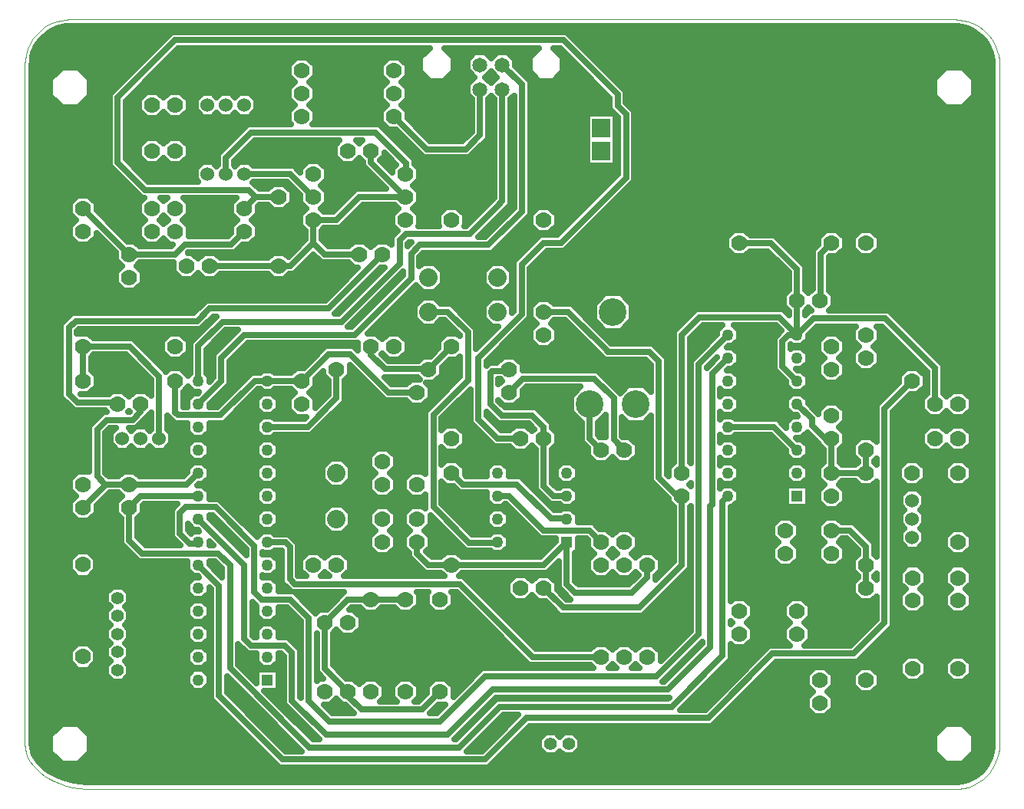
<source format=gbr>
G04 PROTEUS GERBER X2 FILE*
%TF.GenerationSoftware,Labcenter,Proteus,8.16-SP3-Build36097*%
%TF.CreationDate,2025-03-03T11:54:56+00:00*%
%TF.FileFunction,Copper,L1,Top*%
%TF.FilePolarity,Positive*%
%TF.Part,Single*%
%TF.SameCoordinates,{a465033a-5eb4-4552-998f-b6e5ac0f812f}*%
%FSLAX45Y45*%
%MOMM*%
G01*
%TA.AperFunction,Conductor*%
%ADD10C,0.635000*%
%TA.AperFunction,NonConductor*%
%ADD11C,0.635000*%
%TA.AperFunction,WasherPad*%
%ADD12C,1.651000*%
%TA.AperFunction,ComponentPad*%
%ADD13R,1.270000X1.270000*%
%ADD14C,1.270000*%
%TA.AperFunction,ComponentPad*%
%ADD15C,1.524000*%
%TA.AperFunction,ComponentPad*%
%ADD16C,1.778000*%
%ADD17C,2.032000*%
%TA.AperFunction,ComponentPad*%
%ADD18C,3.048000*%
%TA.AperFunction,ComponentPad*%
%ADD19R,2.032000X2.032000*%
%TA.AperFunction,WasherPad*%
%ADD70C,1.397000*%
%TA.AperFunction,Profile*%
%ADD71C,0.101600*%
%TD.AperFunction*%
%TA.AperFunction,NonConductor*%
G36*
X+10793555Y+4422775D02*
X+10835728Y+4416337D01*
X+10876411Y+4405874D01*
X+10915390Y+4391605D01*
X+10952511Y+4373720D01*
X+10987550Y+4352431D01*
X+11020288Y+4327949D01*
X+11050495Y+4300495D01*
X+11077949Y+4270288D01*
X+11102431Y+4237550D01*
X+11123720Y+4202511D01*
X+11141602Y+4165396D01*
X+11155877Y+4126401D01*
X+11166336Y+4085731D01*
X+11172775Y+4043555D01*
X+11175070Y+3998120D01*
X+11175070Y-3498120D01*
X+11172775Y-3543555D01*
X+11166336Y-3585731D01*
X+11155877Y-3626401D01*
X+11141602Y-3665396D01*
X+11123720Y-3702511D01*
X+11102431Y-3737550D01*
X+11077949Y-3770288D01*
X+11050495Y-3800495D01*
X+11020288Y-3827949D01*
X+10987550Y-3852431D01*
X+10952511Y-3873720D01*
X+10915390Y-3891605D01*
X+10876411Y-3905874D01*
X+10835728Y-3916337D01*
X+10793555Y-3922775D01*
X+10748120Y-3925070D01*
X+1251244Y-3925070D01*
X+1178381Y-3922616D01*
X+1109012Y-3915556D01*
X+1042223Y-3904105D01*
X+978464Y-3888545D01*
X+918088Y-3869152D01*
X+861529Y-3846243D01*
X+809147Y-3820128D01*
X+761340Y-3791161D01*
X+718483Y-3759725D01*
X+680866Y-3726190D01*
X+648776Y-3690979D01*
X+622396Y-3654476D01*
X+601822Y-3617010D01*
X+587081Y-3578797D01*
X+578164Y-3539857D01*
X+574930Y-3497177D01*
X+574930Y+3998120D01*
X+577225Y+4043555D01*
X+583664Y+4085731D01*
X+594123Y+4126401D01*
X+608398Y+4165396D01*
X+626280Y+4202511D01*
X+647569Y+4237550D01*
X+672051Y+4270288D01*
X+699505Y+4300495D01*
X+729712Y+4327949D01*
X+762450Y+4352431D01*
X+797489Y+4373720D01*
X+834610Y+4391605D01*
X+873589Y+4405874D01*
X+914272Y+4416337D01*
X+956445Y+4422775D01*
X+1001880Y+4425070D01*
X+10748120Y+4425070D01*
X+10793555Y+4422775D01*
G37*
%TD.AperFunction*%
%LPC*%
G36*
X+7102111Y+3733611D02*
X+7128149Y+3707573D01*
X+7128149Y+3581851D01*
X+7221038Y+3488962D01*
X+7221038Y+2715316D01*
X+6448823Y+1943101D01*
X+6259823Y+1943101D01*
X+6070599Y+1753877D01*
X+6070599Y+1206507D01*
X+5590539Y+726447D01*
X+5590539Y+677810D01*
X+5618597Y+705868D01*
X+5706324Y+705868D01*
X+5781505Y+781049D01*
X+5902495Y+781049D01*
X+5988049Y+695495D01*
X+5988049Y+622299D01*
X+6816113Y+622299D01*
X+7063532Y+374879D01*
X+7152202Y+463549D01*
X+7325798Y+463549D01*
X+7404941Y+384406D01*
X+7404941Y+686696D01*
X+7348643Y+742994D01*
X+6894830Y+742994D01*
X+6456723Y+1181101D01*
X+6340645Y+1181101D01*
X+6302544Y+1143000D01*
X+6369049Y+1076495D01*
X+6369049Y+955505D01*
X+6283495Y+869951D01*
X+6162505Y+869951D01*
X+6076951Y+955505D01*
X+6076951Y+1076495D01*
X+6143456Y+1143000D01*
X+6076951Y+1209505D01*
X+6076951Y+1330495D01*
X+6162505Y+1416049D01*
X+6283495Y+1416049D01*
X+6340645Y+1358899D01*
X+6530369Y+1358899D01*
X+6968476Y+920792D01*
X+7422289Y+920792D01*
X+7582739Y+760342D01*
X+7582739Y-523203D01*
X+7600951Y-541415D01*
X+7600951Y-447505D01*
X+7658101Y-390355D01*
X+7658101Y+1052823D01*
X+7904177Y+1298899D01*
X+8859823Y+1298899D01*
X+8928101Y+1230621D01*
X+8928101Y+1279355D01*
X+8870951Y+1336505D01*
X+8870951Y+1457495D01*
X+8928101Y+1514645D01*
X+8928101Y+1706177D01*
X+8693678Y+1940600D01*
X+8497144Y+1940600D01*
X+8442495Y+1885951D01*
X+8321505Y+1885951D01*
X+8235951Y+1971505D01*
X+8235951Y+2092495D01*
X+8321505Y+2178049D01*
X+8442495Y+2178049D01*
X+8502146Y+2118398D01*
X+8767324Y+2118398D01*
X+9105899Y+1779823D01*
X+9105899Y+1514645D01*
X+9144000Y+1476544D01*
X+9191101Y+1523645D01*
X+9191101Y+1950823D01*
X+9251951Y+2011673D01*
X+9251951Y+2092495D01*
X+9337505Y+2178049D01*
X+9458495Y+2178049D01*
X+9544049Y+2092495D01*
X+9544049Y+1971505D01*
X+9458495Y+1885951D01*
X+9377673Y+1885951D01*
X+9368899Y+1877177D01*
X+9368899Y+1505645D01*
X+9417049Y+1457495D01*
X+9417049Y+1336505D01*
X+9367411Y+1286867D01*
X+10026560Y+1286867D01*
X+10629899Y+683528D01*
X+10629899Y+371645D01*
X+10668000Y+333544D01*
X+10734505Y+400049D01*
X+10855495Y+400049D01*
X+10941049Y+314495D01*
X+10941049Y+193505D01*
X+10855495Y+107951D01*
X+10734505Y+107951D01*
X+10668000Y+174456D01*
X+10601495Y+107951D01*
X+10480505Y+107951D01*
X+10394951Y+193505D01*
X+10394951Y+314495D01*
X+10452101Y+371645D01*
X+10452101Y+609882D01*
X+9952914Y+1109069D01*
X+9892475Y+1109069D01*
X+9925049Y+1076495D01*
X+9925049Y+955505D01*
X+9858544Y+889000D01*
X+9925049Y+822495D01*
X+9925049Y+701505D01*
X+9839495Y+615951D01*
X+9718505Y+615951D01*
X+9632951Y+701505D01*
X+9632951Y+822495D01*
X+9699456Y+889000D01*
X+9632951Y+955505D01*
X+9632951Y+1076495D01*
X+9665525Y+1109069D01*
X+9235791Y+1109069D01*
X+9137649Y+1010927D01*
X+9137649Y+966026D01*
X+9066974Y+895351D01*
X+8967026Y+895351D01*
X+8947065Y+915312D01*
X+8942838Y+911085D01*
X+8942838Y+858461D01*
X+8967026Y+882649D01*
X+9066974Y+882649D01*
X+9137649Y+811974D01*
X+9137649Y+712026D01*
X+9066974Y+641351D01*
X+9009371Y+641351D01*
X+9022073Y+628649D01*
X+9066974Y+628649D01*
X+9137649Y+557974D01*
X+9137649Y+458026D01*
X+9066974Y+387351D01*
X+8967026Y+387351D01*
X+8896351Y+458026D01*
X+8896351Y+502927D01*
X+8765040Y+634238D01*
X+8765040Y+984731D01*
X+8843793Y+1063484D01*
X+8786177Y+1121101D01*
X+8320522Y+1121101D01*
X+8375649Y+1065974D01*
X+8375649Y+966026D01*
X+8304974Y+895351D01*
X+8260073Y+895351D01*
X+8247371Y+882649D01*
X+8304974Y+882649D01*
X+8375649Y+811974D01*
X+8375649Y+712026D01*
X+8304974Y+641351D01*
X+8260073Y+641351D01*
X+8247371Y+628649D01*
X+8304974Y+628649D01*
X+8375649Y+557974D01*
X+8375649Y+458026D01*
X+8304974Y+387351D01*
X+8205026Y+387351D01*
X+8168899Y+423478D01*
X+8168899Y+338522D01*
X+8205026Y+374649D01*
X+8304974Y+374649D01*
X+8375649Y+303974D01*
X+8375649Y+204026D01*
X+8304974Y+133351D01*
X+8205026Y+133351D01*
X+8168899Y+169478D01*
X+8168899Y+84522D01*
X+8205026Y+120649D01*
X+8304974Y+120649D01*
X+8336724Y+88899D01*
X+8799823Y+88899D01*
X+8896351Y-7629D01*
X+8896351Y+49974D01*
X+8967026Y+120649D01*
X+9024629Y+120649D01*
X+9011927Y+133351D01*
X+8967026Y+133351D01*
X+8896351Y+204026D01*
X+8896351Y+303974D01*
X+8967026Y+374649D01*
X+9066974Y+374649D01*
X+9137649Y+303974D01*
X+9137649Y+259073D01*
X+9251951Y+144771D01*
X+9251951Y+187495D01*
X+9337505Y+273049D01*
X+9458495Y+273049D01*
X+9544049Y+187495D01*
X+9544049Y+66505D01*
X+9477544Y-1D01*
X+9544049Y-66505D01*
X+9544049Y-187495D01*
X+9486899Y-244645D01*
X+9486899Y-390355D01*
X+9515645Y-419101D01*
X+9661355Y-419101D01*
X+9690101Y-390355D01*
X+9690101Y-371645D01*
X+9632951Y-314495D01*
X+9632951Y-193505D01*
X+9718505Y-107951D01*
X+9839495Y-107951D01*
X+9894176Y-162632D01*
X+9894176Y+240898D01*
X+10140951Y+487673D01*
X+10140951Y+568495D01*
X+10226505Y+654049D01*
X+10347495Y+654049D01*
X+10433049Y+568495D01*
X+10433049Y+447505D01*
X+10347495Y+361951D01*
X+10266673Y+361951D01*
X+10071974Y+167252D01*
X+10071974Y-2199337D01*
X+9679845Y-2591466D01*
X+8784256Y-2591466D01*
X+8076387Y-3299335D01*
X+6071102Y-3299335D01*
X+5613069Y-3757368D01*
X+3304778Y-3757368D01*
X+2551773Y-3004363D01*
X+2551773Y-1788495D01*
X+2533649Y-1770371D01*
X+2533649Y-1827974D01*
X+2462974Y-1898649D01*
X+2363026Y-1898649D01*
X+2292351Y-1827974D01*
X+2292351Y-1728026D01*
X+2363026Y-1657351D01*
X+2420629Y-1657351D01*
X+2407927Y-1644649D01*
X+2363026Y-1644649D01*
X+2292351Y-1573974D01*
X+2292351Y-1484072D01*
X+1757130Y-1484072D01*
X+1562101Y-1289043D01*
X+1562101Y-1006645D01*
X+1504951Y-949495D01*
X+1504951Y-828505D01*
X+1571456Y-762000D01*
X+1533355Y-723899D01*
X+1433823Y-723899D01*
X+1289049Y-868673D01*
X+1289049Y-949495D01*
X+1203495Y-1035049D01*
X+1082505Y-1035049D01*
X+996951Y-949495D01*
X+996951Y-828505D01*
X+1063456Y-762000D01*
X+996951Y-695495D01*
X+996951Y-574505D01*
X+1082505Y-488951D01*
X+1203495Y-488951D01*
X+1208652Y-494108D01*
X+1208652Y+8750D01*
X+1364882Y+164980D01*
X+1406476Y+164980D01*
X+1388720Y+182736D01*
X+1043067Y+182736D01*
X+897494Y+328309D01*
X+897494Y+1133216D01*
X+1023177Y+1258899D01*
X+2363177Y+1258899D01*
X+2503177Y+1398899D01*
X+3813177Y+1398899D01*
X+4173229Y+1758951D01*
X+4130505Y+1758951D01*
X+4073355Y+1816101D01*
X+3773177Y+1816101D01*
X+3683000Y+1906278D01*
X+3465823Y+1689101D01*
X+3419645Y+1689101D01*
X+3362495Y+1631951D01*
X+3241505Y+1631951D01*
X+3184355Y+1689101D01*
X+2657645Y+1689101D01*
X+2600495Y+1631951D01*
X+2479505Y+1631951D01*
X+2413000Y+1698456D01*
X+2346495Y+1631951D01*
X+2225505Y+1631951D01*
X+2139951Y+1717505D01*
X+2139951Y+1816101D01*
X+1768645Y+1816101D01*
X+1730544Y+1778000D01*
X+1797049Y+1711495D01*
X+1797049Y+1590505D01*
X+1711495Y+1504951D01*
X+1590505Y+1504951D01*
X+1504951Y+1590505D01*
X+1504951Y+1711495D01*
X+1571456Y+1778000D01*
X+1504951Y+1844505D01*
X+1504951Y+1925327D01*
X+1289049Y+2141229D01*
X+1289049Y+2098505D01*
X+1203495Y+2012951D01*
X+1082505Y+2012951D01*
X+996951Y+2098505D01*
X+996951Y+2219495D01*
X+1063456Y+2286000D01*
X+996951Y+2352505D01*
X+996951Y+2473495D01*
X+1082505Y+2559049D01*
X+1203495Y+2559049D01*
X+1289049Y+2473495D01*
X+1289049Y+2392673D01*
X+1630673Y+2051049D01*
X+1711495Y+2051049D01*
X+1768645Y+1993899D01*
X+2115671Y+1993899D01*
X+2134723Y+2012951D01*
X+2098505Y+2012951D01*
X+2032000Y+2079456D01*
X+1965495Y+2012951D01*
X+1844505Y+2012951D01*
X+1758951Y+2098505D01*
X+1758951Y+2219495D01*
X+1825456Y+2286000D01*
X+1758951Y+2352505D01*
X+1758951Y+2473495D01*
X+1815297Y+2529841D01*
X+1789437Y+2529841D01*
X+1435101Y+2884177D01*
X+1435101Y+3674103D01*
X+2119897Y+4358899D01*
X+6476823Y+4358899D01*
X+7102111Y+3733611D01*
G37*
G36*
X+2533649Y-1982026D02*
X+2533649Y-2081974D01*
X+2462974Y-2152649D01*
X+2363026Y-2152649D01*
X+2292351Y-2081974D01*
X+2292351Y-1982026D01*
X+2363026Y-1911351D01*
X+2462974Y-1911351D01*
X+2533649Y-1982026D01*
G37*
G36*
X+2533649Y-2236026D02*
X+2533649Y-2335974D01*
X+2462974Y-2406649D01*
X+2363026Y-2406649D01*
X+2292351Y-2335974D01*
X+2292351Y-2236026D01*
X+2363026Y-2165351D01*
X+2462974Y-2165351D01*
X+2533649Y-2236026D01*
G37*
G36*
X+2533649Y-2490026D02*
X+2533649Y-2589974D01*
X+2462974Y-2660649D01*
X+2363026Y-2660649D01*
X+2292351Y-2589974D01*
X+2292351Y-2490026D01*
X+2363026Y-2419351D01*
X+2462974Y-2419351D01*
X+2533649Y-2490026D01*
G37*
G36*
X+2533649Y-2742026D02*
X+2533649Y-2841974D01*
X+2462974Y-2912649D01*
X+2363026Y-2912649D01*
X+2292351Y-2841974D01*
X+2292351Y-2742026D01*
X+2363026Y-2671351D01*
X+2462974Y-2671351D01*
X+2533649Y-2742026D01*
G37*
G36*
X+1199495Y-2682049D02*
X+1078505Y-2682049D01*
X+992951Y-2596495D01*
X+992951Y-2475505D01*
X+1078505Y-2389951D01*
X+1199495Y-2389951D01*
X+1285049Y-2475505D01*
X+1285049Y-2596495D01*
X+1199495Y-2682049D01*
G37*
G36*
X+1199495Y-1666049D02*
X+1078505Y-1666049D01*
X+992951Y-1580495D01*
X+992951Y-1459505D01*
X+1078505Y-1373951D01*
X+1199495Y-1373951D01*
X+1285049Y-1459505D01*
X+1285049Y-1580495D01*
X+1199495Y-1666049D01*
G37*
G36*
X+6775451Y+1183202D02*
X+6775451Y+1356798D01*
X+6898202Y+1479549D01*
X+7071798Y+1479549D01*
X+7194549Y+1356798D01*
X+7194549Y+1183202D01*
X+7071798Y+1060451D01*
X+6898202Y+1060451D01*
X+6775451Y+1183202D01*
G37*
G36*
X+9544049Y+949495D02*
X+9544049Y+828505D01*
X+9477544Y+762000D01*
X+9544049Y+695495D01*
X+9544049Y+574505D01*
X+9458495Y+488951D01*
X+9337505Y+488951D01*
X+9251951Y+574505D01*
X+9251951Y+695495D01*
X+9318456Y+762000D01*
X+9251951Y+828505D01*
X+9251951Y+949495D01*
X+9337505Y+1035049D01*
X+9458495Y+1035049D01*
X+9544049Y+949495D01*
G37*
G36*
X+9718505Y-2647951D02*
X+9839495Y-2647951D01*
X+9925049Y-2733505D01*
X+9925049Y-2854495D01*
X+9839495Y-2940049D01*
X+9718505Y-2940049D01*
X+9632951Y-2854495D01*
X+9632951Y-2733505D01*
X+9718505Y-2647951D01*
G37*
G36*
X+9718505Y+2178049D02*
X+9839495Y+2178049D01*
X+9925049Y+2092495D01*
X+9925049Y+1971505D01*
X+9839495Y+1885951D01*
X+9718505Y+1885951D01*
X+9632951Y+1971505D01*
X+9632951Y+2092495D01*
X+9718505Y+2178049D01*
G37*
G36*
X+10441049Y-1606505D02*
X+10441049Y-1727495D01*
X+10376544Y-1792000D01*
X+10441049Y-1856505D01*
X+10441049Y-1977495D01*
X+10355495Y-2063049D01*
X+10234505Y-2063049D01*
X+10148951Y-1977495D01*
X+10148951Y-1856505D01*
X+10213456Y-1792000D01*
X+10148951Y-1727495D01*
X+10148951Y-1606505D01*
X+10234505Y-1520951D01*
X+10355495Y-1520951D01*
X+10441049Y-1606505D01*
G37*
G36*
X+10941049Y-1606505D02*
X+10941049Y-1727495D01*
X+10876544Y-1792000D01*
X+10941049Y-1856505D01*
X+10941049Y-1977495D01*
X+10855495Y-2063049D01*
X+10734505Y-2063049D01*
X+10648951Y-1977495D01*
X+10648951Y-1856505D01*
X+10713456Y-1792000D01*
X+10648951Y-1727495D01*
X+10648951Y-1606505D01*
X+10734505Y-1520951D01*
X+10855495Y-1520951D01*
X+10941049Y-1606505D01*
G37*
G36*
X+10234505Y-2520951D02*
X+10355495Y-2520951D01*
X+10441049Y-2606505D01*
X+10441049Y-2727495D01*
X+10355495Y-2813049D01*
X+10234505Y-2813049D01*
X+10148951Y-2727495D01*
X+10148951Y-2606505D01*
X+10234505Y-2520951D01*
G37*
G36*
X+10734505Y-2520951D02*
X+10855495Y-2520951D01*
X+10941049Y-2606505D01*
X+10941049Y-2727495D01*
X+10855495Y-2813049D01*
X+10734505Y-2813049D01*
X+10648951Y-2727495D01*
X+10648951Y-2606505D01*
X+10734505Y-2520951D01*
G37*
G36*
X+10420349Y-757565D02*
X+10420349Y-868035D01*
X+10373984Y-914400D01*
X+10420349Y-960765D01*
X+10420349Y-1071235D01*
X+10373984Y-1117600D01*
X+10420349Y-1163965D01*
X+10420349Y-1274435D01*
X+10342235Y-1352549D01*
X+10231765Y-1352549D01*
X+10153651Y-1274435D01*
X+10153651Y-1163965D01*
X+10200016Y-1117600D01*
X+10153651Y-1071235D01*
X+10153651Y-960765D01*
X+10200016Y-914400D01*
X+10153651Y-868035D01*
X+10153651Y-757565D01*
X+10231765Y-679451D01*
X+10342235Y-679451D01*
X+10420349Y-757565D01*
G37*
G36*
X+10734505Y-361951D02*
X+10855495Y-361951D01*
X+10941049Y-447505D01*
X+10941049Y-568495D01*
X+10855495Y-654049D01*
X+10734505Y-654049D01*
X+10648951Y-568495D01*
X+10648951Y-447505D01*
X+10734505Y-361951D01*
G37*
G36*
X+10734505Y-1123951D02*
X+10855495Y-1123951D01*
X+10941049Y-1209505D01*
X+10941049Y-1330495D01*
X+10855495Y-1416049D01*
X+10734505Y-1416049D01*
X+10648951Y-1330495D01*
X+10648951Y-1209505D01*
X+10734505Y-1123951D01*
G37*
G36*
X+10347495Y-654049D02*
X+10226505Y-654049D01*
X+10140951Y-568495D01*
X+10140951Y-447505D01*
X+10226505Y-361951D01*
X+10347495Y-361951D01*
X+10433049Y-447505D01*
X+10433049Y-568495D01*
X+10347495Y-654049D01*
G37*
G36*
X+10941049Y-66505D02*
X+10941049Y-187495D01*
X+10855495Y-273049D01*
X+10734505Y-273049D01*
X+10668000Y-206544D01*
X+10601495Y-273049D01*
X+10480505Y-273049D01*
X+10394951Y-187495D01*
X+10394951Y-66505D01*
X+10480505Y+19049D01*
X+10601495Y+19049D01*
X+10668000Y-47456D01*
X+10734505Y+19049D01*
X+10855495Y+19049D01*
X+10941049Y-66505D01*
G37*
G36*
X+9417049Y-2733505D02*
X+9417049Y-2854495D01*
X+9350544Y-2921000D01*
X+9417049Y-2987505D01*
X+9417049Y-3108495D01*
X+9331495Y-3194049D01*
X+9210505Y-3194049D01*
X+9124951Y-3108495D01*
X+9124951Y-2987505D01*
X+9191456Y-2921000D01*
X+9124951Y-2854495D01*
X+9124951Y-2733505D01*
X+9210505Y-2647951D01*
X+9331495Y-2647951D01*
X+9417049Y-2733505D01*
G37*
G36*
X+1650999Y-1833395D02*
X+1650999Y-1938605D01*
X+1603604Y-1986000D01*
X+1650999Y-2033395D01*
X+1650999Y-2138605D01*
X+1603604Y-2186000D01*
X+1650999Y-2233395D01*
X+1650999Y-2338605D01*
X+1603604Y-2386000D01*
X+1650999Y-2433395D01*
X+1650999Y-2538605D01*
X+1603604Y-2586000D01*
X+1650999Y-2633395D01*
X+1650999Y-2738605D01*
X+1576605Y-2812999D01*
X+1471395Y-2812999D01*
X+1397001Y-2738605D01*
X+1397001Y-2633395D01*
X+1444396Y-2586000D01*
X+1397001Y-2538605D01*
X+1397001Y-2433395D01*
X+1444396Y-2386000D01*
X+1397001Y-2338605D01*
X+1397001Y-2233395D01*
X+1444396Y-2186000D01*
X+1397001Y-2138605D01*
X+1397001Y-2033395D01*
X+1444396Y-1986000D01*
X+1397001Y-1938605D01*
X+1397001Y-1833395D01*
X+1471395Y-1759001D01*
X+1576605Y-1759001D01*
X+1650999Y-1833395D01*
G37*
G36*
X+6626999Y-3447395D02*
X+6626999Y-3552605D01*
X+6552605Y-3626999D01*
X+6447395Y-3626999D01*
X+6400000Y-3579604D01*
X+6352605Y-3626999D01*
X+6247395Y-3626999D01*
X+6173001Y-3552605D01*
X+6173001Y-3447395D01*
X+6247395Y-3373001D01*
X+6352605Y-3373001D01*
X+6400000Y-3420396D01*
X+6447395Y-3373001D01*
X+6552605Y-3373001D01*
X+6626999Y-3447395D01*
G37*
G36*
X+780151Y-3591064D02*
X+780151Y-3408936D01*
X+908936Y-3280151D01*
X+1091064Y-3280151D01*
X+1219849Y-3408936D01*
X+1219849Y-3591064D01*
X+1091064Y-3719849D01*
X+908936Y-3719849D01*
X+780151Y-3591064D01*
G37*
G36*
X+10530151Y-3591064D02*
X+10530151Y-3408936D01*
X+10658936Y-3280151D01*
X+10841064Y-3280151D01*
X+10969849Y-3408936D01*
X+10969849Y-3591064D01*
X+10841064Y-3719849D01*
X+10658936Y-3719849D01*
X+10530151Y-3591064D01*
G37*
G36*
X+780151Y+3658936D02*
X+780151Y+3841064D01*
X+908936Y+3969849D01*
X+1091064Y+3969849D01*
X+1219849Y+3841064D01*
X+1219849Y+3658936D01*
X+1091064Y+3530151D01*
X+908936Y+3530151D01*
X+780151Y+3658936D01*
G37*
G36*
X+10530151Y+3658936D02*
X+10530151Y+3841064D01*
X+10658936Y+3969849D01*
X+10841064Y+3969849D01*
X+10969849Y+3841064D01*
X+10969849Y+3658936D01*
X+10841064Y+3530151D01*
X+10658936Y+3530151D01*
X+10530151Y+3658936D01*
G37*
%LPD*%
%TA.AperFunction,NonConductor*%
G36*
X+6950351Y+3633927D02*
X+6950351Y+3508205D01*
X+6997807Y+3460749D01*
X+6699251Y+3460749D01*
X+6699251Y+2889251D01*
X+7016749Y+2889251D01*
X+7016749Y+3441807D01*
X+7043240Y+3415316D01*
X+7043240Y+2788962D01*
X+6375177Y+2120899D01*
X+6186177Y+2120899D01*
X+5892801Y+1827523D01*
X+5892801Y+1280153D01*
X+5873749Y+1261101D01*
X+5873749Y+1335756D01*
X+5780756Y+1428749D01*
X+5649244Y+1428749D01*
X+5556251Y+1335756D01*
X+5556251Y+1204244D01*
X+5649244Y+1111251D01*
X+5723899Y+1111251D01*
X+5477012Y+864364D01*
X+5477012Y+1083930D01*
X+5202043Y+1358899D01*
X+5088606Y+1358899D01*
X+5018756Y+1428749D01*
X+4887244Y+1428749D01*
X+4794251Y+1335756D01*
X+4794251Y+1204244D01*
X+4887244Y+1111251D01*
X+5018756Y+1111251D01*
X+5088606Y+1181101D01*
X+5128397Y+1181101D01*
X+5299214Y+1010284D01*
X+5299214Y+1003330D01*
X+5267495Y+1035049D01*
X+5146505Y+1035049D01*
X+5060951Y+949495D01*
X+5060951Y+868673D01*
X+4973327Y+781049D01*
X+4892505Y+781049D01*
X+4841748Y+730292D01*
X+4509804Y+730292D01*
X+4437820Y+802276D01*
X+4445000Y+809456D01*
X+4511505Y+742951D01*
X+4632495Y+742951D01*
X+4718049Y+828505D01*
X+4718049Y+949495D01*
X+4632495Y+1035049D01*
X+4511505Y+1035049D01*
X+4445000Y+968544D01*
X+4378495Y+1035049D01*
X+4284814Y+1035049D01*
X+4814630Y+1564865D01*
X+4887244Y+1492251D01*
X+5018756Y+1492251D01*
X+5111749Y+1585244D01*
X+5111749Y+1716756D01*
X+5018756Y+1809749D01*
X+4887244Y+1809749D01*
X+4852575Y+1775080D01*
X+4852575Y+1879152D01*
X+4894573Y+1921150D01*
X+5651449Y+1921150D01*
X+6073941Y+2343642D01*
X+6073941Y+3817561D01*
X+5906579Y+3984923D01*
X+5906579Y+4056765D01*
X+5824745Y+4138599D01*
X+5709015Y+4138599D01*
X+5642420Y+4072004D01*
X+5575825Y+4138599D01*
X+5460095Y+4138599D01*
X+5378261Y+4056765D01*
X+5378261Y+3941035D01*
X+5456286Y+3863010D01*
X+5378261Y+3784985D01*
X+5378261Y+3669255D01*
X+5429061Y+3618455D01*
X+5429061Y+3259351D01*
X+5325222Y+3155512D01*
X+4971210Y+3155512D01*
X+4718049Y+3408673D01*
X+4718049Y+3489495D01*
X+4651544Y+3556000D01*
X+4718049Y+3622505D01*
X+4718049Y+3743495D01*
X+4651544Y+3810000D01*
X+4718049Y+3876505D01*
X+4718049Y+3997495D01*
X+4632495Y+4083049D01*
X+4511505Y+4083049D01*
X+4425951Y+3997495D01*
X+4425951Y+3876505D01*
X+4492456Y+3810000D01*
X+4425951Y+3743495D01*
X+4425951Y+3622505D01*
X+4492456Y+3556000D01*
X+4425951Y+3489495D01*
X+4425951Y+3368505D01*
X+4511505Y+3282951D01*
X+4592327Y+3282951D01*
X+4897564Y+2977714D01*
X+5398868Y+2977714D01*
X+5606859Y+3185705D01*
X+5606859Y+3618455D01*
X+5642420Y+3654016D01*
X+5677981Y+3618455D01*
X+5677981Y+2528777D01*
X+5368880Y+2219676D01*
X+5347220Y+2219676D01*
X+5353049Y+2225505D01*
X+5353049Y+2346495D01*
X+5267495Y+2432049D01*
X+5146505Y+2432049D01*
X+5060951Y+2346495D01*
X+5060951Y+2225505D01*
X+5066780Y+2219676D01*
X+4839220Y+2219676D01*
X+4845049Y+2225505D01*
X+4845049Y+2346495D01*
X+4778544Y+2413000D01*
X+4845049Y+2479505D01*
X+4845049Y+2600495D01*
X+4778544Y+2667000D01*
X+4845049Y+2733505D01*
X+4845049Y+2854495D01*
X+4795519Y+2904025D01*
X+4795519Y+2950203D01*
X+4405623Y+3340099D01*
X+3673643Y+3340099D01*
X+3702049Y+3368505D01*
X+3702049Y+3489495D01*
X+3635544Y+3556000D01*
X+3702049Y+3622505D01*
X+3702049Y+3743495D01*
X+3635544Y+3810000D01*
X+3702049Y+3876505D01*
X+3702049Y+3997495D01*
X+3616495Y+4083049D01*
X+3495505Y+4083049D01*
X+3409951Y+3997495D01*
X+3409951Y+3876505D01*
X+3476456Y+3810000D01*
X+3409951Y+3743495D01*
X+3409951Y+3622505D01*
X+3476456Y+3556000D01*
X+3409951Y+3489495D01*
X+3409951Y+3368505D01*
X+3438357Y+3340099D01*
X+2960377Y+3340099D01*
X+2628901Y+3008623D01*
X+2628901Y+2893685D01*
X+2616200Y+2880984D01*
X+2569835Y+2927349D01*
X+2459365Y+2927349D01*
X+2381251Y+2849235D01*
X+2381251Y+2738765D01*
X+2412377Y+2707639D01*
X+1863083Y+2707639D01*
X+1612899Y+2957823D01*
X+1612899Y+3600457D01*
X+2193543Y+4181101D01*
X+4964919Y+4181101D01*
X+4860621Y+4076803D01*
X+4860621Y+3923197D01*
X+4969237Y+3814581D01*
X+5122843Y+3814581D01*
X+5231459Y+3923197D01*
X+5231459Y+4076803D01*
X+5127161Y+4181101D01*
X+6168879Y+4181101D01*
X+6064581Y+4076803D01*
X+6064581Y+3923197D01*
X+6173197Y+3814581D01*
X+6326803Y+3814581D01*
X+6435419Y+3923197D01*
X+6435419Y+4076803D01*
X+6331121Y+4181101D01*
X+6403177Y+4181101D01*
X+6950351Y+3633927D01*
G37*
%TD.AperFunction*%
%LPC*%
G36*
X+6076951Y+2225505D02*
X+6076951Y+2346495D01*
X+6162505Y+2432049D01*
X+6283495Y+2432049D01*
X+6369049Y+2346495D01*
X+6369049Y+2225505D01*
X+6283495Y+2139951D01*
X+6162505Y+2139951D01*
X+6076951Y+2225505D01*
G37*
G36*
X+5556251Y+1585244D02*
X+5556251Y+1716756D01*
X+5649244Y+1809749D01*
X+5780756Y+1809749D01*
X+5873749Y+1716756D01*
X+5873749Y+1585244D01*
X+5780756Y+1492251D01*
X+5649244Y+1492251D01*
X+5556251Y+1585244D01*
G37*
G36*
X+3054349Y+3611235D02*
X+3054349Y+3500765D01*
X+2976235Y+3422651D01*
X+2865765Y+3422651D01*
X+2819400Y+3469016D01*
X+2773035Y+3422651D01*
X+2662565Y+3422651D01*
X+2616200Y+3469016D01*
X+2569835Y+3422651D01*
X+2459365Y+3422651D01*
X+2381251Y+3500765D01*
X+2381251Y+3611235D01*
X+2459365Y+3689349D01*
X+2569835Y+3689349D01*
X+2616200Y+3642984D01*
X+2662565Y+3689349D01*
X+2773035Y+3689349D01*
X+2819400Y+3642984D01*
X+2865765Y+3689349D01*
X+2976235Y+3689349D01*
X+3054349Y+3611235D01*
G37*
G36*
X+2305049Y+3108495D02*
X+2305049Y+2987505D01*
X+2219495Y+2901951D01*
X+2098505Y+2901951D01*
X+2032000Y+2968456D01*
X+1965495Y+2901951D01*
X+1844505Y+2901951D01*
X+1758951Y+2987505D01*
X+1758951Y+3108495D01*
X+1844505Y+3194049D01*
X+1965495Y+3194049D01*
X+2032000Y+3127544D01*
X+2098505Y+3194049D01*
X+2219495Y+3194049D01*
X+2305049Y+3108495D01*
G37*
G36*
X+2305049Y+3616495D02*
X+2305049Y+3495505D01*
X+2219495Y+3409951D01*
X+2098505Y+3409951D01*
X+2032000Y+3476456D01*
X+1965495Y+3409951D01*
X+1844505Y+3409951D01*
X+1758951Y+3495505D01*
X+1758951Y+3616495D01*
X+1844505Y+3702049D01*
X+1965495Y+3702049D01*
X+2032000Y+3635544D01*
X+2098505Y+3702049D01*
X+2219495Y+3702049D01*
X+2305049Y+3616495D01*
G37*
%LPD*%
%TA.AperFunction,NonConductor*%
G36*
X+5705206Y+3863010D02*
X+5642420Y+3800224D01*
X+5579634Y+3863010D01*
X+5642420Y+3925796D01*
X+5705206Y+3863010D01*
G37*
%TD.AperFunction*%
%TA.AperFunction,NonConductor*%
G36*
X+4191000Y+3127544D02*
X+4156243Y+3162301D01*
X+4225757Y+3162301D01*
X+4191000Y+3127544D01*
G37*
%TD.AperFunction*%
%TA.AperFunction,NonConductor*%
G36*
X+4596367Y+2897911D02*
X+4552951Y+2854495D01*
X+4552951Y+2811771D01*
X+4420633Y+2944089D01*
X+4464049Y+2987505D01*
X+4464049Y+3030229D01*
X+4596367Y+2897911D01*
G37*
%TD.AperFunction*%
%TA.AperFunction,NonConductor*%
G36*
X+2032000Y+2492544D02*
X+1994703Y+2529841D01*
X+2069297Y+2529841D01*
X+2032000Y+2492544D01*
G37*
%TD.AperFunction*%
%TA.AperFunction,NonConductor*%
G36*
X+3536951Y+2560327D02*
X+3536951Y+2479505D01*
X+3603456Y+2413000D01*
X+3536951Y+2346495D01*
X+3536951Y+2225505D01*
X+3594101Y+2168355D01*
X+3594101Y+2068823D01*
X+3405911Y+1880633D01*
X+3362495Y+1924049D01*
X+3241505Y+1924049D01*
X+3184355Y+1866899D01*
X+2657645Y+1866899D01*
X+2600495Y+1924049D01*
X+2479505Y+1924049D01*
X+2413000Y+1857544D01*
X+2346495Y+1924049D01*
X+2297265Y+1924049D01*
X+2300170Y+1926954D01*
X+2814676Y+1926954D01*
X+2900673Y+2012951D01*
X+2981495Y+2012951D01*
X+3067049Y+2098505D01*
X+3067049Y+2219495D01*
X+3000544Y+2286000D01*
X+3067049Y+2352505D01*
X+3067049Y+2433327D01*
X+3084823Y+2451101D01*
X+3184355Y+2451101D01*
X+3241505Y+2393951D01*
X+3362495Y+2393951D01*
X+3448049Y+2479505D01*
X+3448049Y+2600495D01*
X+3362495Y+2686049D01*
X+3241505Y+2686049D01*
X+3184355Y+2628899D01*
X+3084823Y+2628899D01*
X+3014653Y+2699069D01*
X+3020685Y+2705101D01*
X+3392177Y+2705101D01*
X+3536951Y+2560327D01*
G37*
%TD.AperFunction*%
%TA.AperFunction,NonConductor*%
G36*
X+3917951Y+3108495D02*
X+3917951Y+2987505D01*
X+4003505Y+2901951D01*
X+4124495Y+2901951D01*
X+4191000Y+2968456D01*
X+4229101Y+2930355D01*
X+4229101Y+2884177D01*
X+4484379Y+2628899D01*
X+4154177Y+2628899D01*
X+3900177Y+2374899D01*
X+3800645Y+2374899D01*
X+3762544Y+2413000D01*
X+3829049Y+2479505D01*
X+3829049Y+2600495D01*
X+3762544Y+2667000D01*
X+3829049Y+2733505D01*
X+3829049Y+2854495D01*
X+3743495Y+2940049D01*
X+3622505Y+2940049D01*
X+3536951Y+2854495D01*
X+3536951Y+2811771D01*
X+3465823Y+2882899D01*
X+3020685Y+2882899D01*
X+2976235Y+2927349D01*
X+2865765Y+2927349D01*
X+2819400Y+2880984D01*
X+2806699Y+2893685D01*
X+2806699Y+2934977D01*
X+3034023Y+3162301D01*
X+3971757Y+3162301D01*
X+3917951Y+3108495D01*
G37*
%TD.AperFunction*%
%TA.AperFunction,NonConductor*%
G36*
X+2079456Y+2286000D02*
X+2032000Y+2238544D01*
X+1984544Y+2286000D01*
X+2032000Y+2333456D01*
X+2079456Y+2286000D01*
G37*
%TD.AperFunction*%
%TA.AperFunction,NonConductor*%
G36*
X+2774951Y+2473495D02*
X+2774951Y+2352505D01*
X+2841456Y+2286000D01*
X+2774951Y+2219495D01*
X+2774951Y+2138673D01*
X+2741030Y+2104752D01*
X+2305049Y+2104752D01*
X+2305049Y+2219495D01*
X+2238544Y+2286000D01*
X+2305049Y+2352505D01*
X+2305049Y+2473495D01*
X+2248703Y+2529841D01*
X+2831297Y+2529841D01*
X+2774951Y+2473495D01*
G37*
%TD.AperFunction*%
%TA.AperFunction,NonConductor*%
G36*
X+5896143Y+2417288D02*
X+5577803Y+2098948D01*
X+5499596Y+2098948D01*
X+5855779Y+2455131D01*
X+5855779Y+3618455D01*
X+5896143Y+3658819D01*
X+5896143Y+2417288D01*
G37*
%TD.AperFunction*%
%TA.AperFunction,NonConductor*%
G36*
X+4619456Y+2413000D02*
X+4552951Y+2346495D01*
X+4552951Y+2225505D01*
X+4612830Y+2165626D01*
X+4544249Y+2097045D01*
X+4544249Y+2012295D01*
X+4505495Y+2051049D01*
X+4384505Y+2051049D01*
X+4318000Y+1984544D01*
X+4251495Y+2051049D01*
X+4130505Y+2051049D01*
X+4073355Y+1993899D01*
X+3846823Y+1993899D01*
X+3771899Y+2068823D01*
X+3771899Y+2168355D01*
X+3800645Y+2197101D01*
X+3973823Y+2197101D01*
X+4227823Y+2451101D01*
X+4581355Y+2451101D01*
X+4619456Y+2413000D01*
G37*
%TD.AperFunction*%
%TA.AperFunction,NonConductor*%
G36*
X+4722047Y+2000068D02*
X+4722047Y+2023399D01*
X+4740526Y+2041878D01*
X+4763857Y+2041878D01*
X+4722047Y+2000068D01*
G37*
%TD.AperFunction*%
%TA.AperFunction,NonConductor*%
G36*
X+3957405Y+1251497D02*
X+3917219Y+1251497D01*
X+4424673Y+1758951D01*
X+4464859Y+1758951D01*
X+3957405Y+1251497D01*
G37*
%TD.AperFunction*%
%TA.AperFunction,NonConductor*%
G36*
X+9174589Y+1286867D02*
X+9162145Y+1286867D01*
X+9105899Y+1230621D01*
X+9105899Y+1279355D01*
X+9144000Y+1317456D01*
X+9174589Y+1286867D01*
G37*
%TD.AperFunction*%
%TA.AperFunction,NonConductor*%
G36*
X+4674777Y+1676456D02*
X+4103220Y+1104899D01*
X+4062251Y+1104899D01*
X+4674777Y+1717425D01*
X+4674777Y+1676456D01*
G37*
%TD.AperFunction*%
%TA.AperFunction,NonConductor*%
G36*
X+4171951Y+845811D02*
X+4123445Y+894317D01*
X+3816595Y+894317D01*
X+3576327Y+654049D01*
X+3495505Y+654049D01*
X+3438355Y+596899D01*
X+3256724Y+596899D01*
X+3224974Y+628649D01*
X+3125026Y+628649D01*
X+3093276Y+596899D01*
X+3001177Y+596899D01*
X+2623177Y+218899D01*
X+2533649Y+218899D01*
X+2533649Y+248927D01*
X+2755899Y+471177D01*
X+2755899Y+725177D01*
X+2957823Y+927101D01*
X+4171951Y+927101D01*
X+4171951Y+845811D01*
G37*
%TD.AperFunction*%
%TA.AperFunction,NonConductor*%
G36*
X+8134351Y+767073D02*
X+8021319Y+654041D01*
X+8021319Y+656597D01*
X+8134351Y+769629D01*
X+8134351Y+767073D01*
G37*
%TD.AperFunction*%
%TA.AperFunction,NonConductor*%
G36*
X+2350139Y+957347D02*
X+2324102Y+931310D01*
X+2324102Y+894486D01*
X+2324101Y+589724D01*
X+2303960Y+569583D01*
X+2219495Y+654049D01*
X+2098505Y+654049D01*
X+2055985Y+611529D01*
X+2044287Y+623226D01*
X+2044289Y+623226D01*
X+1689616Y+977899D01*
X+1260645Y+977899D01*
X+1203495Y+1035049D01*
X+1082505Y+1035049D01*
X+1075292Y+1027836D01*
X+1075292Y+1059570D01*
X+1096823Y+1081101D01*
X+2436823Y+1081101D01*
X+2576823Y+1221101D01*
X+2613893Y+1221101D01*
X+2350139Y+957347D01*
G37*
%TD.AperFunction*%
%LPC*%
G36*
X+2305049Y+949495D02*
X+2305049Y+828505D01*
X+2219495Y+742951D01*
X+2098505Y+742951D01*
X+2012951Y+828505D01*
X+2012951Y+949495D01*
X+2098505Y+1035049D01*
X+2219495Y+1035049D01*
X+2305049Y+949495D01*
G37*
%LPD*%
%TA.AperFunction,NonConductor*%
G36*
X+2604139Y+824861D02*
X+2578101Y+798823D01*
X+2578101Y+544823D01*
X+2533649Y+500371D01*
X+2533649Y+557974D01*
X+2501898Y+589724D01*
X+2501898Y+857662D01*
X+2717935Y+1073699D01*
X+2852977Y+1073699D01*
X+2604139Y+824861D01*
G37*
%TD.AperFunction*%
%TA.AperFunction,NonConductor*%
G36*
X+5762456Y+508000D02*
X+5724720Y+470264D01*
X+5724720Y+528070D01*
X+5742386Y+528070D01*
X+5762456Y+508000D01*
G37*
%TD.AperFunction*%
%TA.AperFunction,NonConductor*%
G36*
X+4854407Y+527049D02*
X+4765505Y+527049D01*
X+4708355Y+469899D01*
X+4547862Y+469899D01*
X+4465267Y+552494D01*
X+4828962Y+552494D01*
X+4854407Y+527049D01*
G37*
%TD.AperFunction*%
%TA.AperFunction,NonConductor*%
G36*
X+1892529Y+523542D02*
X+1892529Y+346015D01*
X+1838495Y+400049D01*
X+1717505Y+400049D01*
X+1651000Y+333544D01*
X+1584495Y+400049D01*
X+1463505Y+400049D01*
X+1423990Y+360534D01*
X+1116713Y+360534D01*
X+1115296Y+361951D01*
X+1203495Y+361951D01*
X+1289049Y+447505D01*
X+1289049Y+568495D01*
X+1231899Y+625645D01*
X+1231899Y+771355D01*
X+1260645Y+800101D01*
X+1615970Y+800101D01*
X+1892529Y+523542D01*
G37*
%TD.AperFunction*%
%TA.AperFunction,NonConductor*%
G36*
X+6521451Y+340798D02*
X+6521451Y+167202D01*
X+6642101Y+46552D01*
X+6642101Y-163823D01*
X+6711951Y-233673D01*
X+6711951Y-314495D01*
X+6797505Y-400049D01*
X+6918495Y-400049D01*
X+6985000Y-333544D01*
X+7051505Y-400049D01*
X+7172495Y-400049D01*
X+7258049Y-314495D01*
X+7258049Y-193505D01*
X+7172495Y-107951D01*
X+7091673Y-107951D01*
X+7085396Y-101674D01*
X+7085396Y+111257D01*
X+7152202Y+44451D01*
X+7325798Y+44451D01*
X+7404941Y+123594D01*
X+7404941Y-596849D01*
X+7600951Y-792859D01*
X+7600951Y-822495D01*
X+7658101Y-879645D01*
X+7658101Y-1487177D01*
X+7454899Y-1690379D01*
X+7454899Y-1641645D01*
X+7512049Y-1584495D01*
X+7512049Y-1463505D01*
X+7426495Y-1377951D01*
X+7305505Y-1377951D01*
X+7239000Y-1444456D01*
X+7191544Y-1397000D01*
X+7258049Y-1330495D01*
X+7258049Y-1209505D01*
X+7172495Y-1123951D01*
X+7051505Y-1123951D01*
X+6985000Y-1190456D01*
X+6918495Y-1123951D01*
X+6837673Y-1123951D01*
X+6767823Y-1054101D01*
X+6597649Y-1054101D01*
X+6597649Y-966026D01*
X+6526974Y-895351D01*
X+6427026Y-895351D01*
X+6404229Y-918148D01*
X+6337635Y-918148D01*
X+5963686Y-544199D01*
X+5835649Y-544199D01*
X+5835649Y-458026D01*
X+5764974Y-387351D01*
X+5665026Y-387351D01*
X+5594351Y-458026D01*
X+5594351Y-544199D01*
X+5368921Y-544199D01*
X+5353049Y-528327D01*
X+5353049Y-447505D01*
X+5267495Y-361951D01*
X+5146505Y-361951D01*
X+5094585Y-413871D01*
X+5094585Y-221129D01*
X+5146505Y-273049D01*
X+5267495Y-273049D01*
X+5353049Y-187495D01*
X+5353049Y-66505D01*
X+5267495Y+19049D01*
X+5146505Y+19049D01*
X+5094585Y-32871D01*
X+5094585Y+97027D01*
X+5412741Y+415183D01*
X+5412741Y+49537D01*
X+5678177Y-215899D01*
X+5851355Y-215899D01*
X+5908505Y-273049D01*
X+6029495Y-273049D01*
X+6096000Y-206544D01*
X+6134101Y-244645D01*
X+6134101Y-689603D01*
X+6295397Y-850899D01*
X+6395276Y-850899D01*
X+6427026Y-882649D01*
X+6526974Y-882649D01*
X+6597649Y-811974D01*
X+6597649Y-712026D01*
X+6526974Y-641351D01*
X+6427026Y-641351D01*
X+6395276Y-673101D01*
X+6369043Y-673101D01*
X+6311899Y-615957D01*
X+6311899Y-244645D01*
X+6369049Y-187495D01*
X+6369049Y-66505D01*
X+6311899Y-9355D01*
X+6311899Y+36823D01*
X+6132823Y+215899D01*
X+5798076Y+215899D01*
X+5724720Y+289255D01*
X+5724720Y+291736D01*
X+5781505Y+234951D01*
X+5902495Y+234951D01*
X+5988049Y+320505D01*
X+5988049Y+401327D01*
X+6031223Y+444501D01*
X+6625154Y+444501D01*
X+6521451Y+340798D01*
G37*
%TD.AperFunction*%
%LPC*%
G36*
X+6526974Y-628649D02*
X+6427026Y-628649D01*
X+6356351Y-557974D01*
X+6356351Y-458026D01*
X+6427026Y-387351D01*
X+6526974Y-387351D01*
X+6597649Y-458026D01*
X+6597649Y-557974D01*
X+6526974Y-628649D01*
G37*
%LPD*%
%TA.AperFunction,NonConductor*%
G36*
X+5299214Y+553100D02*
X+4916787Y+170673D01*
X+4916787Y-519243D01*
X+4886495Y-488951D01*
X+4765505Y-488951D01*
X+4679951Y-574505D01*
X+4679951Y-695495D01*
X+4765505Y-781049D01*
X+4886495Y-781049D01*
X+4916787Y-750757D01*
X+4916787Y-900243D01*
X+4886495Y-869951D01*
X+4765505Y-869951D01*
X+4679951Y-955505D01*
X+4679951Y-1076495D01*
X+4746456Y-1143000D01*
X+4679951Y-1209505D01*
X+4679951Y-1330495D01*
X+4737101Y-1387645D01*
X+4737101Y-1433823D01*
X+4916177Y-1612899D01*
X+5089355Y-1612899D01*
X+5124173Y-1647717D01*
X+4019827Y-1647717D01*
X+4083049Y-1584495D01*
X+4083049Y-1463505D01*
X+3997495Y-1377951D01*
X+3876505Y-1377951D01*
X+3810000Y-1444456D01*
X+3743495Y-1377951D01*
X+3622505Y-1377951D01*
X+3536951Y-1463505D01*
X+3536951Y-1584495D01*
X+3600173Y-1647717D01*
X+3518073Y-1647717D01*
X+3513244Y-1642888D01*
X+3513244Y-1288530D01*
X+3409437Y-1184723D01*
X+3260346Y-1184723D01*
X+3224974Y-1149351D01*
X+3125026Y-1149351D01*
X+3060262Y-1214115D01*
X+2640666Y-794518D01*
X+2533649Y-794518D01*
X+2533649Y-712026D01*
X+2462974Y-641351D01*
X+2405371Y-641351D01*
X+2418073Y-628649D01*
X+2462974Y-628649D01*
X+2533649Y-557974D01*
X+2533649Y-458026D01*
X+2462974Y-387351D01*
X+2363026Y-387351D01*
X+2292351Y-458026D01*
X+2292351Y-502927D01*
X+2249177Y-546101D01*
X+1768645Y-546101D01*
X+1711495Y-488951D01*
X+1590505Y-488951D01*
X+1533355Y-546101D01*
X+1426203Y-546101D01*
X+1386450Y-506348D01*
X+1386450Y-64896D01*
X+1438528Y-12818D01*
X+1500398Y-12818D01*
X+1441451Y-71765D01*
X+1441451Y-182235D01*
X+1519565Y-260349D01*
X+1630035Y-260349D01*
X+1676400Y-213984D01*
X+1722765Y-260349D01*
X+1833235Y-260349D01*
X+1879600Y-213984D01*
X+1925965Y-260349D01*
X+2036435Y-260349D01*
X+2114549Y-182235D01*
X+2114549Y-71765D01*
X+2070327Y-27543D01*
X+2070327Y+123951D01*
X+2153177Y+41101D01*
X+2292351Y+41101D01*
X+2292351Y-49974D01*
X+2363026Y-120649D01*
X+2462974Y-120649D01*
X+2533649Y-49974D01*
X+2533649Y+41101D01*
X+2696823Y+41101D01*
X+3074823Y+419101D01*
X+3093276Y+419101D01*
X+3125026Y+387351D01*
X+3224974Y+387351D01*
X+3256724Y+419101D01*
X+3438355Y+419101D01*
X+3476456Y+381000D01*
X+3409951Y+314495D01*
X+3409951Y+193505D01*
X+3495505Y+107951D01*
X+3602229Y+107951D01*
X+3583177Y+88899D01*
X+3256724Y+88899D01*
X+3224974Y+120649D01*
X+3125026Y+120649D01*
X+3054351Y+49974D01*
X+3054351Y-49974D01*
X+3125026Y-120649D01*
X+3224974Y-120649D01*
X+3256724Y-88899D01*
X+3656823Y-88899D01*
X+4025899Y+280177D01*
X+4025899Y+517355D01*
X+4083049Y+574505D01*
X+4083049Y+683269D01*
X+4474217Y+292101D01*
X+4708355Y+292101D01*
X+4765505Y+234951D01*
X+4886495Y+234951D01*
X+4972049Y+320505D01*
X+4972049Y+441495D01*
X+4924593Y+488951D01*
X+5013495Y+488951D01*
X+5099049Y+574505D01*
X+5099049Y+655327D01*
X+5186673Y+742951D01*
X+5267495Y+742951D01*
X+5299214Y+774670D01*
X+5299214Y+553100D01*
G37*
%TD.AperFunction*%
%LPC*%
G36*
X+3295649Y-966026D02*
X+3295649Y-1065974D01*
X+3224974Y-1136649D01*
X+3125026Y-1136649D01*
X+3054351Y-1065974D01*
X+3054351Y-966026D01*
X+3125026Y-895351D01*
X+3224974Y-895351D01*
X+3295649Y-966026D01*
G37*
G36*
X+3295649Y-712026D02*
X+3295649Y-811974D01*
X+3224974Y-882649D01*
X+3125026Y-882649D01*
X+3054351Y-811974D01*
X+3054351Y-712026D01*
X+3125026Y-641351D01*
X+3224974Y-641351D01*
X+3295649Y-712026D01*
G37*
G36*
X+3295649Y-458026D02*
X+3295649Y-557974D01*
X+3224974Y-628649D01*
X+3125026Y-628649D01*
X+3054351Y-557974D01*
X+3054351Y-458026D01*
X+3125026Y-387351D01*
X+3224974Y-387351D01*
X+3295649Y-458026D01*
G37*
G36*
X+3295649Y-204026D02*
X+3295649Y-303974D01*
X+3224974Y-374649D01*
X+3125026Y-374649D01*
X+3054351Y-303974D01*
X+3054351Y-204026D01*
X+3125026Y-133351D01*
X+3224974Y-133351D01*
X+3295649Y-204026D01*
G37*
G36*
X+3295649Y+303974D02*
X+3295649Y+204026D01*
X+3224974Y+133351D01*
X+3125026Y+133351D01*
X+3054351Y+204026D01*
X+3054351Y+303974D01*
X+3125026Y+374649D01*
X+3224974Y+374649D01*
X+3295649Y+303974D01*
G37*
G36*
X+2533649Y-204026D02*
X+2533649Y-303974D01*
X+2462974Y-374649D01*
X+2363026Y-374649D01*
X+2292351Y-303974D01*
X+2292351Y-204026D01*
X+2363026Y-133351D01*
X+2462974Y-133351D01*
X+2533649Y-204026D01*
G37*
G36*
X+4002756Y-1174749D02*
X+3871244Y-1174749D01*
X+3778251Y-1081756D01*
X+3778251Y-950244D01*
X+3871244Y-857251D01*
X+4002756Y-857251D01*
X+4095749Y-950244D01*
X+4095749Y-1081756D01*
X+4002756Y-1174749D01*
G37*
G36*
X+4002756Y-666749D02*
X+3871244Y-666749D01*
X+3778251Y-573756D01*
X+3778251Y-442244D01*
X+3871244Y-349251D01*
X+4002756Y-349251D01*
X+4095749Y-442244D01*
X+4095749Y-573756D01*
X+4002756Y-666749D01*
G37*
G36*
X+4591049Y-955505D02*
X+4591049Y-1076495D01*
X+4524544Y-1143000D01*
X+4591049Y-1209505D01*
X+4591049Y-1330495D01*
X+4505495Y-1416049D01*
X+4384505Y-1416049D01*
X+4298951Y-1330495D01*
X+4298951Y-1209505D01*
X+4365456Y-1143000D01*
X+4298951Y-1076495D01*
X+4298951Y-955505D01*
X+4384505Y-869951D01*
X+4505495Y-869951D01*
X+4591049Y-955505D01*
G37*
G36*
X+4591049Y-320505D02*
X+4591049Y-441495D01*
X+4524544Y-508000D01*
X+4591049Y-574505D01*
X+4591049Y-695495D01*
X+4505495Y-781049D01*
X+4384505Y-781049D01*
X+4298951Y-695495D01*
X+4298951Y-574505D01*
X+4365456Y-508000D01*
X+4298951Y-441495D01*
X+4298951Y-320505D01*
X+4384505Y-234951D01*
X+4505495Y-234951D01*
X+4591049Y-320505D01*
G37*
%LPD*%
%TA.AperFunction,NonConductor*%
G36*
X+2363026Y+387351D02*
X+2420629Y+387351D01*
X+2407927Y+374649D01*
X+2363026Y+374649D01*
X+2292351Y+303974D01*
X+2292351Y+218899D01*
X+2247899Y+218899D01*
X+2247899Y+390355D01*
X+2303960Y+446416D01*
X+2363026Y+387351D01*
G37*
%TD.AperFunction*%
%TA.AperFunction,NonConductor*%
G36*
X+3790951Y+574505D02*
X+3848101Y+517355D01*
X+3848101Y+353823D01*
X+3702049Y+207771D01*
X+3702049Y+314495D01*
X+3635544Y+381000D01*
X+3702049Y+447505D01*
X+3702049Y+528327D01*
X+3790951Y+617229D01*
X+3790951Y+574505D01*
G37*
%TD.AperFunction*%
%TA.AperFunction,NonConductor*%
G36*
X+1655469Y+169986D02*
X+1650463Y+164980D01*
X+1641524Y+164980D01*
X+1651000Y+174456D01*
X+1655469Y+169986D01*
G37*
%TD.AperFunction*%
%TA.AperFunction,NonConductor*%
G36*
X+1892529Y-27087D02*
X+1879600Y-40016D01*
X+1833235Y+6349D01*
X+1743276Y+6349D01*
X+1866899Y+129972D01*
X+1866899Y+136355D01*
X+1892529Y+161985D01*
X+1892529Y-27087D01*
G37*
%TD.AperFunction*%
%TA.AperFunction,NonConductor*%
G36*
X+1676400Y-40016D02*
X+1649202Y-12818D01*
X+1703598Y-12818D01*
X+1676400Y-40016D01*
G37*
%TD.AperFunction*%
%TA.AperFunction,NonConductor*%
G36*
X+5698392Y+64139D02*
X+5724430Y+38101D01*
X+6059177Y+38101D01*
X+6120367Y-23089D01*
X+6096000Y-47456D01*
X+6029495Y+19049D01*
X+5908505Y+19049D01*
X+5851355Y-38101D01*
X+5751823Y-38101D01*
X+5590539Y+123183D01*
X+5590539Y+171992D01*
X+5698392Y+64139D01*
G37*
%TD.AperFunction*%
%TA.AperFunction,NonConductor*%
G36*
X+6907598Y-107951D02*
X+6837673Y-107951D01*
X+6819899Y-90177D01*
X+6819899Y+46552D01*
X+6907598Y+134251D01*
X+6907598Y-107951D01*
G37*
%TD.AperFunction*%
%TA.AperFunction,NonConductor*%
G36*
X+9251951Y-179291D02*
X+9251951Y-187495D01*
X+9309101Y-244645D01*
X+9309101Y-390355D01*
X+9251951Y-447505D01*
X+9251951Y-568495D01*
X+9318456Y-635000D01*
X+9251951Y-701505D01*
X+9251951Y-822495D01*
X+9337505Y-908049D01*
X+9458495Y-908049D01*
X+9544049Y-822495D01*
X+9544049Y-701505D01*
X+9477544Y-635000D01*
X+9515645Y-596899D01*
X+9661355Y-596899D01*
X+9718505Y-654049D01*
X+9839495Y-654049D01*
X+9894176Y-599368D01*
X+9894176Y-1432632D01*
X+9867318Y-1405774D01*
X+9867318Y-1282791D01*
X+9638628Y-1054101D01*
X+9515645Y-1054101D01*
X+9458495Y-996951D01*
X+9337505Y-996951D01*
X+9251951Y-1082505D01*
X+9251951Y-1203495D01*
X+9318456Y-1270000D01*
X+9251951Y-1336505D01*
X+9251951Y-1457495D01*
X+9337505Y-1543049D01*
X+9458495Y-1543049D01*
X+9544049Y-1457495D01*
X+9544049Y-1336505D01*
X+9477544Y-1270000D01*
X+9515645Y-1231899D01*
X+9564982Y-1231899D01*
X+9689520Y-1356437D01*
X+9689520Y-1406936D01*
X+9632951Y-1463505D01*
X+9632951Y-1584495D01*
X+9690101Y-1641645D01*
X+9690101Y-1660355D01*
X+9632951Y-1717505D01*
X+9632951Y-1838495D01*
X+9718505Y-1924049D01*
X+9839495Y-1924049D01*
X+9894176Y-1869368D01*
X+9894176Y-2125691D01*
X+9606199Y-2413668D01*
X+9095876Y-2413668D01*
X+9163049Y-2346495D01*
X+9163049Y-2225505D01*
X+9096544Y-2159000D01*
X+9163049Y-2092495D01*
X+9163049Y-1971505D01*
X+9077495Y-1885951D01*
X+8956505Y-1885951D01*
X+8870951Y-1971505D01*
X+8870951Y-2092495D01*
X+8937456Y-2159000D01*
X+8870951Y-2225505D01*
X+8870951Y-2346495D01*
X+8938124Y-2413668D01*
X+8710610Y-2413668D01*
X+8002741Y-3121537D01*
X+7724185Y-3121537D01*
X+8282939Y-2562783D01*
X+8282939Y-2393483D01*
X+8321505Y-2432049D01*
X+8442495Y-2432049D01*
X+8528049Y-2346495D01*
X+8528049Y-2225505D01*
X+8461544Y-2159000D01*
X+8528049Y-2092495D01*
X+8528049Y-1971505D01*
X+8442495Y-1885951D01*
X+8321505Y-1885951D01*
X+8282939Y-1924517D01*
X+8282939Y-882649D01*
X+8304974Y-882649D01*
X+8375649Y-811974D01*
X+8375649Y-712026D01*
X+8304974Y-641351D01*
X+8205026Y-641351D01*
X+8168899Y-677478D01*
X+8168899Y-592522D01*
X+8205026Y-628649D01*
X+8304974Y-628649D01*
X+8375649Y-557974D01*
X+8375649Y-458026D01*
X+8304974Y-387351D01*
X+8205026Y-387351D01*
X+8168899Y-423478D01*
X+8168899Y-338522D01*
X+8205026Y-374649D01*
X+8304974Y-374649D01*
X+8375649Y-303974D01*
X+8375649Y-204026D01*
X+8304974Y-133351D01*
X+8205026Y-133351D01*
X+8168899Y-169478D01*
X+8168899Y-84522D01*
X+8205026Y-120649D01*
X+8304974Y-120649D01*
X+8336724Y-88899D01*
X+8726177Y-88899D01*
X+8896351Y-259073D01*
X+8896351Y-303974D01*
X+8967026Y-374649D01*
X+9066974Y-374649D01*
X+9137649Y-303974D01*
X+9137649Y-204026D01*
X+9066974Y-133351D01*
X+9022073Y-133351D01*
X+9009371Y-120649D01*
X+9066974Y-120649D01*
X+9130141Y-57482D01*
X+9251951Y-179291D01*
G37*
%TD.AperFunction*%
%LPC*%
G36*
X+8896351Y-882649D02*
X+8896351Y-641351D01*
X+9137649Y-641351D01*
X+9137649Y-882649D01*
X+8896351Y-882649D01*
G37*
G36*
X+9066974Y-628649D02*
X+8967026Y-628649D01*
X+8896351Y-557974D01*
X+8896351Y-458026D01*
X+8967026Y-387351D01*
X+9066974Y-387351D01*
X+9137649Y-458026D01*
X+9137649Y-557974D01*
X+9066974Y-628649D01*
G37*
G36*
X+9036049Y-1082505D02*
X+9036049Y-1203495D01*
X+8969544Y-1270000D01*
X+9036049Y-1336505D01*
X+9036049Y-1457495D01*
X+8950495Y-1543049D01*
X+8829505Y-1543049D01*
X+8743951Y-1457495D01*
X+8743951Y-1336505D01*
X+8810456Y-1270000D01*
X+8743951Y-1203495D01*
X+8743951Y-1082505D01*
X+8829505Y-996951D01*
X+8950495Y-996951D01*
X+9036049Y-1082505D01*
G37*
%LPD*%
%TA.AperFunction,NonConductor*%
G36*
X+8134351Y+1065974D02*
X+8134351Y+1021073D01*
X+7843521Y+730243D01*
X+7843521Y-397977D01*
X+7835899Y-390355D01*
X+7835899Y+979177D01*
X+7977823Y+1121101D01*
X+8189478Y+1121101D01*
X+8134351Y+1065974D01*
G37*
%TD.AperFunction*%
%TA.AperFunction,NonConductor*%
G36*
X+9894176Y-416632D02*
X+9867899Y-390355D01*
X+9867899Y-371645D01*
X+9894176Y-345368D01*
X+9894176Y-416632D01*
G37*
%TD.AperFunction*%
%TA.AperFunction,NonConductor*%
G36*
X+7843521Y-651977D02*
X+7826544Y-635000D01*
X+7843521Y-618023D01*
X+7843521Y-651977D01*
G37*
%TD.AperFunction*%
%TA.AperFunction,NonConductor*%
G36*
X+2363026Y-1136649D02*
X+2407927Y-1136649D01*
X+2420629Y-1149351D01*
X+2363026Y-1149351D01*
X+2334669Y-1177708D01*
X+2296159Y-1139197D01*
X+2296159Y-1069782D01*
X+2363026Y-1136649D01*
G37*
%TD.AperFunction*%
%TA.AperFunction,NonConductor*%
G36*
X+2577552Y-1306274D02*
X+2533649Y-1306274D01*
X+2533649Y-1262371D01*
X+2577552Y-1306274D01*
G37*
%TD.AperFunction*%
%TA.AperFunction,NonConductor*%
G36*
X+2144399Y-885993D02*
X+2118361Y-912031D01*
X+2118361Y-1212843D01*
X+2211792Y-1306274D01*
X+1830776Y-1306274D01*
X+1739899Y-1215397D01*
X+1739899Y-1006645D01*
X+1797049Y-949495D01*
X+1797049Y-868673D01*
X+1814823Y-850899D01*
X+2179493Y-850899D01*
X+2144399Y-885993D01*
G37*
%TD.AperFunction*%
%TA.AperFunction,NonConductor*%
G36*
X+5146505Y-654049D02*
X+5227327Y-654049D01*
X+5295275Y-721997D01*
X+5594351Y-721997D01*
X+5594351Y-811974D01*
X+5665026Y-882649D01*
X+5764974Y-882649D01*
X+5796724Y-850899D01*
X+5805177Y-850899D01*
X+6186177Y-1231899D01*
X+6356351Y-1231899D01*
X+6356351Y-1264927D01*
X+6186177Y-1435101D01*
X+5324645Y-1435101D01*
X+5267495Y-1377951D01*
X+5146505Y-1377951D01*
X+5089355Y-1435101D01*
X+4989823Y-1435101D01*
X+4928633Y-1373911D01*
X+4972049Y-1330495D01*
X+4972049Y-1209505D01*
X+4905544Y-1143000D01*
X+4972049Y-1076495D01*
X+4972049Y-974235D01*
X+5362706Y-1364892D01*
X+5639269Y-1364892D01*
X+5665026Y-1390649D01*
X+5764974Y-1390649D01*
X+5835649Y-1319974D01*
X+5835649Y-1220026D01*
X+5764974Y-1149351D01*
X+5665026Y-1149351D01*
X+5627283Y-1187094D01*
X+5436352Y-1187094D01*
X+5094585Y-845327D01*
X+5094585Y-602129D01*
X+5146505Y-654049D01*
G37*
%TD.AperFunction*%
%LPC*%
G36*
X+5764974Y-1136649D02*
X+5665026Y-1136649D01*
X+5594351Y-1065974D01*
X+5594351Y-966026D01*
X+5665026Y-895351D01*
X+5764974Y-895351D01*
X+5835649Y-966026D01*
X+5835649Y-1065974D01*
X+5764974Y-1136649D01*
G37*
%LPD*%
%TA.AperFunction,NonConductor*%
G36*
X+3335446Y-1679711D02*
X+3335446Y-1716534D01*
X+3435013Y-1816101D01*
X+3295649Y-1816101D01*
X+3295649Y-1728026D01*
X+3224974Y-1657351D01*
X+3125026Y-1657351D01*
X+3119748Y-1662629D01*
X+3119748Y-1639371D01*
X+3125026Y-1644649D01*
X+3224974Y-1644649D01*
X+3295649Y-1573974D01*
X+3295649Y-1474026D01*
X+3224974Y-1403351D01*
X+3125026Y-1403351D01*
X+3119748Y-1408629D01*
X+3119748Y-1385371D01*
X+3125026Y-1390649D01*
X+3224974Y-1390649D01*
X+3253102Y-1362521D01*
X+3335446Y-1362521D01*
X+3335446Y-1679711D01*
G37*
%TD.AperFunction*%
%TA.AperFunction,NonConductor*%
G36*
X+2941950Y-1347246D02*
X+2941950Y-1419228D01*
X+2533649Y-1010927D01*
X+2533649Y-972316D01*
X+2567020Y-972316D01*
X+2941950Y-1347246D01*
G37*
%TD.AperFunction*%
%TA.AperFunction,NonConductor*%
G36*
X+7032456Y-1397000D02*
X+6985000Y-1444456D01*
X+6937544Y-1397000D01*
X+6985000Y-1349544D01*
X+7032456Y-1397000D01*
G37*
%TD.AperFunction*%
%TA.AperFunction,NonConductor*%
G36*
X+3854173Y-1647717D02*
X+3765827Y-1647717D01*
X+3810000Y-1603544D01*
X+3854173Y-1647717D01*
G37*
%TD.AperFunction*%
%TA.AperFunction,NonConductor*%
G36*
X+2673428Y-1559910D02*
X+2673428Y-1658706D01*
X+2533649Y-1518927D01*
X+2533649Y-1484072D01*
X+2597590Y-1484072D01*
X+2673428Y-1559910D01*
G37*
%TD.AperFunction*%
%TA.AperFunction,NonConductor*%
G36*
X+9894176Y-1686632D02*
X+9867899Y-1660355D01*
X+9867899Y-1641645D01*
X+9894176Y-1615368D01*
X+9894176Y-1686632D01*
G37*
%TD.AperFunction*%
%TA.AperFunction,NonConductor*%
G36*
X+6711951Y-1249673D02*
X+6711951Y-1330495D01*
X+6778456Y-1397000D01*
X+6711951Y-1463505D01*
X+6711951Y-1584495D01*
X+6797505Y-1670049D01*
X+6918495Y-1670049D01*
X+6985000Y-1603544D01*
X+7051505Y-1670049D01*
X+7172495Y-1670049D01*
X+7239000Y-1603544D01*
X+7268509Y-1633053D01*
X+7161044Y-1740518D01*
X+6607402Y-1740518D01*
X+6566928Y-1700044D01*
X+6566928Y-1390649D01*
X+6597649Y-1390649D01*
X+6597649Y-1231899D01*
X+6694177Y-1231899D01*
X+6711951Y-1249673D01*
G37*
%TD.AperFunction*%
%TA.AperFunction,NonConductor*%
G36*
X+7843521Y-2249757D02*
X+7512049Y-2581229D01*
X+7512049Y-2479505D01*
X+7426495Y-2393951D01*
X+7305505Y-2393951D01*
X+7239000Y-2460456D01*
X+7172495Y-2393951D01*
X+7051505Y-2393951D01*
X+6985000Y-2460456D01*
X+6918495Y-2393951D01*
X+6797505Y-2393951D01*
X+6740355Y-2451101D01*
X+6137219Y-2451101D01*
X+5333835Y-1647717D01*
X+5289827Y-1647717D01*
X+5324645Y-1612899D01*
X+6259823Y-1612899D01*
X+6389130Y-1483592D01*
X+6389130Y-1773690D01*
X+6517901Y-1902461D01*
X+6473183Y-1902461D01*
X+6369049Y-1798327D01*
X+6369049Y-1717505D01*
X+6283495Y-1631951D01*
X+6162505Y-1631951D01*
X+6096000Y-1698456D01*
X+6029495Y-1631951D01*
X+5908505Y-1631951D01*
X+5822951Y-1717505D01*
X+5822951Y-1838495D01*
X+5908505Y-1924049D01*
X+6029495Y-1924049D01*
X+6096000Y-1857544D01*
X+6162505Y-1924049D01*
X+6243327Y-1924049D01*
X+6399537Y-2080259D01*
X+7316463Y-2080259D01*
X+7835899Y-1560823D01*
X+7835899Y-879645D01*
X+7843521Y-872023D01*
X+7843521Y-2249757D01*
G37*
%TD.AperFunction*%
%TA.AperFunction,NonConductor*%
G36*
X+6037535Y-2602861D02*
X+6063573Y-2628899D01*
X+6740355Y-2628899D01*
X+6772557Y-2661101D01*
X+5543177Y-2661101D01*
X+5226049Y-2978229D01*
X+5226049Y-2860505D01*
X+5140495Y-2774951D01*
X+5019505Y-2774951D01*
X+4933951Y-2860505D01*
X+4933951Y-2941327D01*
X+4844177Y-3031101D01*
X+4795443Y-3031101D01*
X+4845049Y-2981495D01*
X+4845049Y-2860505D01*
X+4759495Y-2774951D01*
X+4638505Y-2774951D01*
X+4552951Y-2860505D01*
X+4552951Y-2981495D01*
X+4602557Y-3031101D01*
X+4414443Y-3031101D01*
X+4464049Y-2981495D01*
X+4464049Y-2860505D01*
X+4378495Y-2774951D01*
X+4257505Y-2774951D01*
X+4191000Y-2841456D01*
X+4124495Y-2774951D01*
X+4043673Y-2774951D01*
X+3898899Y-2630177D01*
X+3898899Y-2276645D01*
X+3937000Y-2238544D01*
X+4003505Y-2305049D01*
X+4124495Y-2305049D01*
X+4210049Y-2219495D01*
X+4210049Y-2098505D01*
X+4124495Y-2012951D01*
X+4081771Y-2012951D01*
X+4100823Y-1993899D01*
X+4200355Y-1993899D01*
X+4257505Y-2051049D01*
X+4378495Y-2051049D01*
X+4435645Y-1993899D01*
X+4581355Y-1993899D01*
X+4638505Y-2051049D01*
X+4759495Y-2051049D01*
X+4845049Y-1965495D01*
X+4845049Y-1844505D01*
X+4826059Y-1825515D01*
X+4952941Y-1825515D01*
X+4933951Y-1844505D01*
X+4933951Y-1965495D01*
X+5019505Y-2051049D01*
X+5140495Y-2051049D01*
X+5226049Y-1965495D01*
X+5226049Y-1844505D01*
X+5207059Y-1825515D01*
X+5260189Y-1825515D01*
X+6037535Y-2602861D01*
G37*
%TD.AperFunction*%
%TA.AperFunction,NonConductor*%
G36*
X+3830327Y-2012951D02*
X+3749505Y-2012951D01*
X+3706089Y-2056367D01*
X+3475237Y-1825515D01*
X+4017763Y-1825515D01*
X+3830327Y-2012951D01*
G37*
%TD.AperFunction*%
%TA.AperFunction,NonConductor*%
G36*
X+8302456Y-2159000D02*
X+8282939Y-2178517D01*
X+8282939Y-2139483D01*
X+8302456Y-2159000D01*
G37*
%TD.AperFunction*%
%TA.AperFunction,NonConductor*%
G36*
X+7280557Y-2661101D02*
X+7197443Y-2661101D01*
X+7239000Y-2619544D01*
X+7280557Y-2661101D01*
G37*
%TD.AperFunction*%
%TA.AperFunction,NonConductor*%
G36*
X+7026557Y-2661101D02*
X+6943443Y-2661101D01*
X+6985000Y-2619544D01*
X+7026557Y-2661101D01*
G37*
%TD.AperFunction*%
%TA.AperFunction,NonConductor*%
G36*
X+3721101Y-2276645D02*
X+3721101Y-2703823D01*
X+3792229Y-2774951D01*
X+3749505Y-2774951D01*
X+3720038Y-2804418D01*
X+3720038Y-2275582D01*
X+3721101Y-2276645D01*
G37*
%TD.AperFunction*%
%TA.AperFunction,NonConductor*%
G36*
X+7971101Y-2393176D02*
X+7553176Y-2811101D01*
X+7533621Y-2811101D01*
X+7971101Y-2373621D01*
X+7971101Y-2393176D01*
G37*
%TD.AperFunction*%
%TA.AperFunction,NonConductor*%
G36*
X+3047209Y-1967861D02*
X+3057862Y-1978515D01*
X+3054351Y-1982026D01*
X+3054351Y-2081974D01*
X+3125026Y-2152649D01*
X+3224974Y-2152649D01*
X+3295649Y-2081974D01*
X+3295649Y-1993899D01*
X+3392177Y-1993899D01*
X+3542240Y-2143962D01*
X+3542240Y-2992339D01*
X+3535679Y-2985778D01*
X+3535679Y-2456999D01*
X+3402171Y-2323491D01*
X+3295649Y-2323491D01*
X+3295649Y-2236026D01*
X+3224974Y-2165351D01*
X+3125026Y-2165351D01*
X+3054351Y-2236026D01*
X+3054351Y-2323491D01*
X+3030612Y-2323491D01*
X+3009899Y-2302778D01*
X+3009899Y-1930551D01*
X+3047209Y-1967861D01*
G37*
%TD.AperFunction*%
%TA.AperFunction,NonConductor*%
G36*
X+5043177Y-3161101D02*
X+4965621Y-3161101D01*
X+5059673Y-3067049D01*
X+5137229Y-3067049D01*
X+5043177Y-3161101D01*
G37*
%TD.AperFunction*%
%TA.AperFunction,NonConductor*%
G36*
X+4003505Y-3067049D02*
X+4032363Y-3067049D01*
X+4126415Y-3161101D01*
X+3893883Y-3161101D01*
X+3799831Y-3067049D01*
X+3870495Y-3067049D01*
X+3937000Y-3000544D01*
X+4003505Y-3067049D01*
G37*
%TD.AperFunction*%
%TA.AperFunction,NonConductor*%
G36*
X+7593177Y-3001101D02*
X+5703177Y-3001101D01*
X+5253177Y-3451101D01*
X+5234621Y-3451101D01*
X+5696823Y-2988899D01*
X+7605379Y-2988899D01*
X+7593177Y-3001101D01*
G37*
%TD.AperFunction*%
%TA.AperFunction,NonConductor*%
G36*
X+2858139Y-2402462D02*
X+2956966Y-2501289D01*
X+3054351Y-2501289D01*
X+3054351Y-2589974D01*
X+3125026Y-2660649D01*
X+3224974Y-2660649D01*
X+3295649Y-2589974D01*
X+3295649Y-2501289D01*
X+3328525Y-2501289D01*
X+3357881Y-2530645D01*
X+3357881Y-3059423D01*
X+3749559Y-3451101D01*
X+3678422Y-3451101D01*
X+3141970Y-2914649D01*
X+3295649Y-2914649D01*
X+3295649Y-2673351D01*
X+3054351Y-2673351D01*
X+3054351Y-2827030D01*
X+2851226Y-2623905D01*
X+2851226Y-2395549D01*
X+2858139Y-2402462D01*
G37*
%TD.AperFunction*%
%TA.AperFunction,NonConductor*%
G36*
X+5539423Y-3579570D02*
X+5376152Y-3579570D01*
X+5776823Y-3178899D01*
X+5940094Y-3178899D01*
X+5539423Y-3579570D01*
G37*
%TD.AperFunction*%
%TA.AperFunction,NonConductor*%
G36*
X+3555447Y-3579570D02*
X+3378424Y-3579570D01*
X+2729571Y-2930717D01*
X+2729571Y-2753694D01*
X+3555447Y-3579570D01*
G37*
%TD.AperFunction*%
D10*
X+4064000Y-2921000D02*
X+3810000Y-2667000D01*
X+3810000Y-2159000D01*
X+4064000Y-1905000D01*
X+4318000Y-1905000D01*
X+9779000Y-1524000D02*
X+9779000Y-1778000D01*
X+3556000Y+508000D02*
X+3853418Y+805418D01*
X+4086622Y+805418D01*
X+4511040Y+381000D01*
X+4826000Y+381000D01*
X+4318000Y+889000D02*
X+4318000Y+796375D01*
X+4472982Y+641393D01*
X+4946607Y+641393D01*
X+4953000Y+635000D01*
X+5207000Y+889000D01*
X+9398000Y-127000D02*
X+9325382Y-127000D01*
X+9182151Y+16231D01*
X+9182151Y+88849D01*
X+9017000Y+254000D01*
X+6223000Y-1778000D02*
X+6436360Y-1991360D01*
X+7279640Y-1991360D01*
X+7747000Y-1524000D01*
X+7747000Y-762000D01*
X+7366000Y-1524000D02*
X+7366000Y-1661284D01*
X+7197867Y-1829417D01*
X+6570579Y-1829417D01*
X+6478029Y-1736867D01*
X+6478029Y-1271029D01*
X+6477000Y-1270000D01*
X+5207000Y-1524000D02*
X+6223000Y-1524000D01*
X+6477000Y-1270000D01*
X+6858000Y-2540000D02*
X+6100396Y-2540000D01*
X+5297012Y-1736616D01*
X+3481250Y-1736616D01*
X+3424345Y-1679711D01*
X+3424345Y-1325353D01*
X+3372614Y-1273622D01*
X+3178622Y-1273622D01*
X+3175000Y-1270000D01*
X+8255000Y+0D02*
X+8763000Y+0D01*
X+9017000Y-254000D01*
X+6223000Y-127000D02*
X+6223000Y+0D01*
X+6096000Y+127000D01*
X+5761253Y+127000D01*
X+5635821Y+252432D01*
X+5635821Y+597370D01*
X+5655420Y+616969D01*
X+5823969Y+616969D01*
X+5842000Y+635000D01*
X+2921000Y+2794000D02*
X+3429000Y+2794000D01*
X+3683000Y+2540000D01*
X+5517960Y+3998900D02*
X+5484276Y+3998900D01*
X+5517960Y+3998900D01*
X+2921000Y+2413000D02*
X+3048000Y+2540000D01*
X+6477000Y-762000D02*
X+6332220Y-762000D01*
X+6223000Y-652780D01*
X+6223000Y-127000D01*
X+3175000Y+508000D02*
X+3556000Y+508000D01*
X+3683000Y+2286000D02*
X+3683000Y+2032000D01*
X+3810000Y+1905000D01*
X+4191000Y+1905000D01*
X+3302000Y+1778000D02*
X+3429000Y+1778000D01*
X+3683000Y+2032000D01*
X+4699000Y+2794000D02*
X+4663441Y+2829559D01*
X+4699000Y+2794000D01*
X+3302000Y+2540000D02*
X+3048000Y+2540000D01*
X+1143000Y+2413000D02*
X+1651000Y+1905000D01*
X+2152494Y+1905000D01*
X+2263347Y+2015853D01*
X+2777853Y+2015853D01*
X+2921000Y+2159000D01*
X+1651000Y-889000D02*
X+1778000Y-762000D01*
X+2413000Y-762000D01*
X+1778000Y+254000D02*
X+1778000Y+166795D01*
X+1687286Y+76081D01*
X+1401705Y+76081D01*
X+1297551Y-28073D01*
X+1297551Y-543171D01*
X+1389380Y-635000D01*
X+1397000Y-635000D01*
X+1143000Y-889000D01*
X+1651000Y-635000D02*
X+1397000Y-635000D01*
X+1143000Y+889000D02*
X+1143000Y+508000D01*
X+1143000Y+889000D02*
X+1652793Y+889000D01*
X+1981428Y+560365D01*
X+1981428Y-126772D01*
X+1981200Y-127000D01*
X+4318000Y-1905000D02*
X+4699000Y-1905000D01*
X+9398000Y-127000D02*
X+9398000Y-508000D01*
X+9779000Y-508000D01*
X+9779000Y-254000D02*
X+9779000Y-508000D01*
X+9017000Y+508000D02*
X+8853939Y+671061D01*
X+8853939Y+947908D01*
X+8922031Y+1016000D01*
X+9017000Y+1016000D01*
X+3683000Y+2286000D02*
X+3937000Y+2286000D01*
X+4191000Y+2540000D01*
X+4699000Y+2540000D01*
X+4318000Y+3048000D02*
X+4318000Y+2921000D01*
X+4699000Y+2540000D01*
X+2540000Y+1778000D02*
X+3302000Y+1778000D01*
X+1651000Y-635000D02*
X+2286000Y-635000D01*
X+2413000Y-508000D01*
X+4826000Y-1270000D02*
X+4826000Y-1397000D01*
X+4953000Y-1524000D01*
X+5207000Y-1524000D01*
X+6858000Y-1270000D02*
X+6731000Y-1143000D01*
X+6223000Y-1143000D01*
X+5842000Y-762000D01*
X+5715000Y-762000D01*
X+9398000Y-1143000D02*
X+9601805Y-1143000D01*
X+9778419Y-1319614D01*
X+9778419Y-1523419D01*
X+9779000Y-1524000D01*
X+6731000Y+254000D02*
X+6731000Y-127000D01*
X+6858000Y-254000D01*
X+5842000Y+381000D02*
X+5994400Y+533400D01*
X+6779290Y+533400D01*
X+6996497Y+316193D01*
X+6996497Y-138497D01*
X+7112000Y-254000D01*
X+2717800Y+2794000D02*
X+2717800Y+2971800D01*
X+2997200Y+3251200D01*
X+4368800Y+3251200D01*
X+4706620Y+2913380D01*
X+4706620Y+2801620D01*
X+4699000Y+2794000D01*
X+2413000Y+254000D02*
X+2667000Y+508000D01*
X+2667000Y+762000D01*
X+2921000Y+1016000D01*
X+4140043Y+1016000D01*
X+4222750Y+1098707D01*
X+4763676Y+1639633D01*
X+4763676Y+1798382D01*
X+4763676Y+1915975D01*
X+4857750Y+2010049D01*
X+5614626Y+2010049D01*
X+5985042Y+2380465D01*
X+5985042Y+3780738D01*
X+5766880Y+3998900D01*
X+5766880Y+3727120D02*
X+5766880Y+3101510D01*
X+5766880Y+2491954D01*
X+5711444Y+2436518D01*
X+5405703Y+2130777D01*
X+4703703Y+2130777D01*
X+4633148Y+2060222D01*
X+4633148Y+1801518D01*
X+3994228Y+1162598D01*
X+2681112Y+1162598D01*
X+2413000Y+894486D01*
X+2413000Y+508000D01*
X+4572000Y+3429000D02*
X+4934387Y+3066613D01*
X+5362045Y+3066613D01*
X+5517960Y+3222528D01*
X+5517960Y+3727120D01*
X+5207000Y-508000D02*
X+5332098Y-633098D01*
X+5926863Y-633098D01*
X+6300812Y-1007047D01*
X+6468047Y-1007047D01*
X+6477000Y-1016000D01*
X+4445000Y+1905000D02*
X+3850000Y+1310000D01*
X+2540000Y+1310000D01*
X+2400000Y+1170000D01*
X+1060000Y+1170000D01*
X+986393Y+1096393D01*
X+986393Y+365132D01*
X+1079890Y+271635D01*
X+1506365Y+271635D01*
X+1524000Y+254000D01*
X+2159000Y+508000D02*
X+2159000Y+161000D01*
X+2190000Y+130000D01*
X+2660000Y+130000D01*
X+3038000Y+508000D01*
X+3175000Y+508000D01*
X+3175000Y+0D02*
X+3620000Y+0D01*
X+3937000Y+317000D01*
X+3937000Y+635000D01*
X+6223000Y+1270000D02*
X+6493546Y+1270000D01*
X+6904560Y+858986D01*
X+6931653Y+831893D01*
X+7385466Y+831893D01*
X+7493840Y+723519D01*
X+7493840Y-560026D01*
X+7695814Y-762000D01*
X+7747000Y-762000D01*
X+3048000Y+2540000D02*
X+2969260Y+2618740D01*
X+1826260Y+2618740D01*
X+1524000Y+2921000D01*
X+1524000Y+3637280D01*
X+2156720Y+4270000D01*
X+6440000Y+4270000D01*
X+7039250Y+3670750D01*
X+7039250Y+3545028D01*
X+7132139Y+3452139D01*
X+7132139Y+2752139D01*
X+6412000Y+2032000D01*
X+6223000Y+2032000D01*
X+5981700Y+1790700D01*
X+5981700Y+1243330D01*
X+5501640Y+763270D01*
X+5501640Y+86360D01*
X+5715000Y-127000D01*
X+5969000Y-127000D01*
X+4064000Y-2921000D02*
X+4064000Y-2972964D01*
X+4211036Y-3120000D01*
X+4881000Y-3120000D01*
X+5080000Y-2921000D01*
X+8255000Y+1016000D02*
X+7932420Y+693420D01*
X+7932420Y-2286580D01*
X+7469000Y-2750000D01*
X+5580000Y-2750000D01*
X+5080000Y-3250000D01*
X+3857060Y-3250000D01*
X+3631139Y-3024079D01*
X+3631139Y-2107139D01*
X+3429000Y-1905000D01*
X+3110070Y-1905000D01*
X+3030849Y-1825779D01*
X+3030849Y-1310423D01*
X+2603843Y-883417D01*
X+2272697Y-883417D01*
X+2207260Y-948854D01*
X+2207260Y-1176020D01*
X+2316762Y-1285522D01*
X+2397478Y-1285522D01*
X+2413000Y-1270000D01*
X+8255000Y+762000D02*
X+8080000Y+587000D01*
X+8080000Y-853699D01*
X+8060000Y-873699D01*
X+8060000Y-2429999D01*
X+7589999Y-2900000D01*
X+5660000Y-2900000D01*
X+5160000Y-3400000D01*
X+3824180Y-3400000D01*
X+3446780Y-3022600D01*
X+3446780Y-2493822D01*
X+3365348Y-2412390D01*
X+2993789Y-2412390D01*
X+2921000Y-2339601D01*
X+2921000Y-1524000D01*
X+2413000Y-1016000D01*
X+8255000Y-762000D02*
X+8194040Y-822960D01*
X+8194040Y-2525960D01*
X+7630000Y-3090000D01*
X+5740000Y-3090000D01*
X+5290000Y-3540000D01*
X+3641599Y-3540000D01*
X+2762327Y-2660728D01*
X+2762327Y-1523087D01*
X+2634413Y-1395173D01*
X+1793953Y-1395173D01*
X+1651000Y-1252220D01*
X+1651000Y-889000D01*
X+10541000Y+254000D02*
X+10541000Y+646705D01*
X+9989737Y+1197968D01*
X+9198968Y+1197968D01*
X+9017000Y+1016000D01*
X+9017000Y+1397000D02*
X+9017000Y+1016000D01*
X+9017000Y+1397000D02*
X+9017000Y+1743000D01*
X+8730501Y+2029499D01*
X+8384501Y+2029499D01*
X+8382000Y+2032000D01*
X+9271000Y+1397000D02*
X+9280000Y+1406000D01*
X+9280000Y+1914000D01*
X+9398000Y+2032000D01*
X+7747000Y-508000D02*
X+7747000Y+1016000D01*
X+7941000Y+1210000D01*
X+8823000Y+1210000D01*
X+9017000Y+1016000D01*
X+2413000Y-1524000D02*
X+2640672Y-1751672D01*
X+2640672Y-2967540D01*
X+3341601Y-3668469D01*
X+5576246Y-3668469D01*
X+6034279Y-3210436D01*
X+8039564Y-3210436D01*
X+8747433Y-2502567D01*
X+9643022Y-2502567D01*
X+9983075Y-2162514D01*
X+9983075Y+204075D01*
X+10287000Y+508000D01*
X+4953000Y+1270000D02*
X+5165220Y+1270000D01*
X+5388113Y+1047107D01*
X+5388113Y+516277D01*
X+5005686Y+133850D01*
X+5005686Y-882150D01*
X+5399529Y-1275993D01*
X+5709007Y-1275993D01*
X+5715000Y-1270000D01*
D11*
X+10793555Y+4422775D02*
X+10835728Y+4416337D01*
X+10876411Y+4405874D01*
X+10915390Y+4391605D01*
X+10952511Y+4373720D01*
X+10987550Y+4352431D01*
X+11020288Y+4327949D01*
X+11050495Y+4300495D01*
X+11077949Y+4270288D01*
X+11102431Y+4237550D01*
X+11123720Y+4202511D01*
X+11141602Y+4165396D01*
X+11155877Y+4126401D01*
X+11166336Y+4085731D01*
X+11172775Y+4043555D01*
X+11175070Y+3998120D01*
X+11175070Y-3498120D01*
X+11172775Y-3543555D01*
X+11166336Y-3585731D01*
X+11155877Y-3626401D01*
X+11141602Y-3665396D01*
X+11123720Y-3702511D01*
X+11102431Y-3737550D01*
X+11077949Y-3770288D01*
X+11050495Y-3800495D01*
X+11020288Y-3827949D01*
X+10987550Y-3852431D01*
X+10952511Y-3873720D01*
X+10915390Y-3891605D01*
X+10876411Y-3905874D01*
X+10835728Y-3916337D01*
X+10793555Y-3922775D01*
X+10748120Y-3925070D01*
X+1251244Y-3925070D01*
X+1178381Y-3922616D01*
X+1109012Y-3915556D01*
X+1042223Y-3904105D01*
X+978464Y-3888545D01*
X+918088Y-3869152D01*
X+861529Y-3846243D01*
X+809147Y-3820128D01*
X+761340Y-3791161D01*
X+718483Y-3759725D01*
X+680866Y-3726190D01*
X+648776Y-3690979D01*
X+622396Y-3654476D01*
X+601822Y-3617010D01*
X+587081Y-3578797D01*
X+578164Y-3539857D01*
X+574930Y-3497177D01*
X+574930Y+3998120D01*
X+577225Y+4043555D01*
X+583664Y+4085731D01*
X+594123Y+4126401D01*
X+608398Y+4165396D01*
X+626280Y+4202511D01*
X+647569Y+4237550D01*
X+672051Y+4270288D01*
X+699505Y+4300495D01*
X+729712Y+4327949D01*
X+762450Y+4352431D01*
X+797489Y+4373720D01*
X+834610Y+4391605D01*
X+873589Y+4405874D01*
X+914272Y+4416337D01*
X+956445Y+4422775D01*
X+1001880Y+4425070D01*
X+10748120Y+4425070D01*
X+10793555Y+4422775D01*
X+7102111Y+3733611D02*
X+7128149Y+3707573D01*
X+7128149Y+3581851D01*
X+7221038Y+3488962D01*
X+7221038Y+2715316D01*
X+6448823Y+1943101D01*
X+6259823Y+1943101D01*
X+6070599Y+1753877D01*
X+6070599Y+1206507D01*
X+5590539Y+726447D01*
X+5590539Y+677810D01*
X+5618597Y+705868D01*
X+5706324Y+705868D01*
X+5781505Y+781049D01*
X+5902495Y+781049D01*
X+5988049Y+695495D01*
X+5988049Y+622299D01*
X+6816113Y+622299D01*
X+7063532Y+374879D01*
X+7152202Y+463549D01*
X+7325798Y+463549D01*
X+7404941Y+384406D01*
X+7404941Y+686696D01*
X+7348643Y+742994D01*
X+6894830Y+742994D01*
X+6456723Y+1181101D01*
X+6340645Y+1181101D01*
X+6302544Y+1143000D01*
X+6369049Y+1076495D01*
X+6369049Y+955505D01*
X+6283495Y+869951D01*
X+6162505Y+869951D01*
X+6076951Y+955505D01*
X+6076951Y+1076495D01*
X+6143456Y+1143000D01*
X+6076951Y+1209505D01*
X+6076951Y+1330495D01*
X+6162505Y+1416049D01*
X+6283495Y+1416049D01*
X+6340645Y+1358899D01*
X+6530369Y+1358899D01*
X+6968476Y+920792D01*
X+7422289Y+920792D01*
X+7582739Y+760342D01*
X+7582739Y-523203D01*
X+7600951Y-541415D01*
X+7600951Y-447505D01*
X+7658101Y-390355D01*
X+7658101Y+1052823D01*
X+7904177Y+1298899D01*
X+8859823Y+1298899D01*
X+8928101Y+1230621D01*
X+8928101Y+1279355D01*
X+8870951Y+1336505D01*
X+8870951Y+1457495D01*
X+8928101Y+1514645D01*
X+8928101Y+1706177D01*
X+8693678Y+1940600D01*
X+8497144Y+1940600D01*
X+8442495Y+1885951D01*
X+8321505Y+1885951D01*
X+8235951Y+1971505D01*
X+8235951Y+2092495D01*
X+8321505Y+2178049D01*
X+8442495Y+2178049D01*
X+8502146Y+2118398D01*
X+8767324Y+2118398D01*
X+9105899Y+1779823D01*
X+9105899Y+1514645D01*
X+9144000Y+1476544D01*
X+9191101Y+1523645D01*
X+9191101Y+1950823D01*
X+9251951Y+2011673D01*
X+9251951Y+2092495D01*
X+9337505Y+2178049D01*
X+9458495Y+2178049D01*
X+9544049Y+2092495D01*
X+9544049Y+1971505D01*
X+9458495Y+1885951D01*
X+9377673Y+1885951D01*
X+9368899Y+1877177D01*
X+9368899Y+1505645D01*
X+9417049Y+1457495D01*
X+9417049Y+1336505D01*
X+9367411Y+1286867D01*
X+10026560Y+1286867D01*
X+10629899Y+683528D01*
X+10629899Y+371645D01*
X+10668000Y+333544D01*
X+10734505Y+400049D01*
X+10855495Y+400049D01*
X+10941049Y+314495D01*
X+10941049Y+193505D01*
X+10855495Y+107951D01*
X+10734505Y+107951D01*
X+10668000Y+174456D01*
X+10601495Y+107951D01*
X+10480505Y+107951D01*
X+10394951Y+193505D01*
X+10394951Y+314495D01*
X+10452101Y+371645D01*
X+10452101Y+609882D01*
X+9952914Y+1109069D01*
X+9892475Y+1109069D01*
X+9925049Y+1076495D01*
X+9925049Y+955505D01*
X+9858544Y+889000D01*
X+9925049Y+822495D01*
X+9925049Y+701505D01*
X+9839495Y+615951D01*
X+9718505Y+615951D01*
X+9632951Y+701505D01*
X+9632951Y+822495D01*
X+9699456Y+889000D01*
X+9632951Y+955505D01*
X+9632951Y+1076495D01*
X+9665525Y+1109069D01*
X+9235791Y+1109069D01*
X+9137649Y+1010927D01*
X+9137649Y+966026D01*
X+9066974Y+895351D01*
X+8967026Y+895351D01*
X+8947065Y+915312D01*
X+8942838Y+911085D01*
X+8942838Y+858461D01*
X+8967026Y+882649D01*
X+9066974Y+882649D01*
X+9137649Y+811974D01*
X+9137649Y+712026D01*
X+9066974Y+641351D01*
X+9009371Y+641351D01*
X+9022073Y+628649D01*
X+9066974Y+628649D01*
X+9137649Y+557974D01*
X+9137649Y+458026D01*
X+9066974Y+387351D01*
X+8967026Y+387351D01*
X+8896351Y+458026D01*
X+8896351Y+502927D01*
X+8765040Y+634238D01*
X+8765040Y+984731D01*
X+8843793Y+1063484D01*
X+8786177Y+1121101D01*
X+8320522Y+1121101D01*
X+8375649Y+1065974D01*
X+8375649Y+966026D01*
X+8304974Y+895351D01*
X+8260073Y+895351D01*
X+8247371Y+882649D01*
X+8304974Y+882649D01*
X+8375649Y+811974D01*
X+8375649Y+712026D01*
X+8304974Y+641351D01*
X+8260073Y+641351D01*
X+8247371Y+628649D01*
X+8304974Y+628649D01*
X+8375649Y+557974D01*
X+8375649Y+458026D01*
X+8304974Y+387351D01*
X+8205026Y+387351D01*
X+8168899Y+423478D01*
X+8168899Y+338522D01*
X+8205026Y+374649D01*
X+8304974Y+374649D01*
X+8375649Y+303974D01*
X+8375649Y+204026D01*
X+8304974Y+133351D01*
X+8205026Y+133351D01*
X+8168899Y+169478D01*
X+8168899Y+84522D01*
X+8205026Y+120649D01*
X+8304974Y+120649D01*
X+8336724Y+88899D01*
X+8799823Y+88899D01*
X+8896351Y-7629D01*
X+8896351Y+49974D01*
X+8967026Y+120649D01*
X+9024629Y+120649D01*
X+9011927Y+133351D01*
X+8967026Y+133351D01*
X+8896351Y+204026D01*
X+8896351Y+303974D01*
X+8967026Y+374649D01*
X+9066974Y+374649D01*
X+9137649Y+303974D01*
X+9137649Y+259073D01*
X+9251951Y+144771D01*
X+9251951Y+187495D01*
X+9337505Y+273049D01*
X+9458495Y+273049D01*
X+9544049Y+187495D01*
X+9544049Y+66505D01*
X+9477544Y-1D01*
X+9544049Y-66505D01*
X+9544049Y-187495D01*
X+9486899Y-244645D01*
X+9486899Y-390355D01*
X+9515645Y-419101D01*
X+9661355Y-419101D01*
X+9690101Y-390355D01*
X+9690101Y-371645D01*
X+9632951Y-314495D01*
X+9632951Y-193505D01*
X+9718505Y-107951D01*
X+9839495Y-107951D01*
X+9894176Y-162632D01*
X+9894176Y+240898D01*
X+10140951Y+487673D01*
X+10140951Y+568495D01*
X+10226505Y+654049D01*
X+10347495Y+654049D01*
X+10433049Y+568495D01*
X+10433049Y+447505D01*
X+10347495Y+361951D01*
X+10266673Y+361951D01*
X+10071974Y+167252D01*
X+10071974Y-2199337D01*
X+9679845Y-2591466D01*
X+8784256Y-2591466D01*
X+8076387Y-3299335D01*
X+6071102Y-3299335D01*
X+5613069Y-3757368D01*
X+3304778Y-3757368D01*
X+2551773Y-3004363D01*
X+2551773Y-1788495D01*
X+2533649Y-1770371D01*
X+2533649Y-1827974D01*
X+2462974Y-1898649D01*
X+2363026Y-1898649D01*
X+2292351Y-1827974D01*
X+2292351Y-1728026D01*
X+2363026Y-1657351D01*
X+2420629Y-1657351D01*
X+2407927Y-1644649D01*
X+2363026Y-1644649D01*
X+2292351Y-1573974D01*
X+2292351Y-1484072D01*
X+1757130Y-1484072D01*
X+1562101Y-1289043D01*
X+1562101Y-1006645D01*
X+1504951Y-949495D01*
X+1504951Y-828505D01*
X+1571456Y-762000D01*
X+1533355Y-723899D01*
X+1433823Y-723899D01*
X+1289049Y-868673D01*
X+1289049Y-949495D01*
X+1203495Y-1035049D01*
X+1082505Y-1035049D01*
X+996951Y-949495D01*
X+996951Y-828505D01*
X+1063456Y-762000D01*
X+996951Y-695495D01*
X+996951Y-574505D01*
X+1082505Y-488951D01*
X+1203495Y-488951D01*
X+1208652Y-494108D01*
X+1208652Y+8750D01*
X+1364882Y+164980D01*
X+1406476Y+164980D01*
X+1388720Y+182736D01*
X+1043067Y+182736D01*
X+897494Y+328309D01*
X+897494Y+1133216D01*
X+1023177Y+1258899D01*
X+2363177Y+1258899D01*
X+2503177Y+1398899D01*
X+3813177Y+1398899D01*
X+4173229Y+1758951D01*
X+4130505Y+1758951D01*
X+4073355Y+1816101D01*
X+3773177Y+1816101D01*
X+3683000Y+1906278D01*
X+3465823Y+1689101D01*
X+3419645Y+1689101D01*
X+3362495Y+1631951D01*
X+3241505Y+1631951D01*
X+3184355Y+1689101D01*
X+2657645Y+1689101D01*
X+2600495Y+1631951D01*
X+2479505Y+1631951D01*
X+2413000Y+1698456D01*
X+2346495Y+1631951D01*
X+2225505Y+1631951D01*
X+2139951Y+1717505D01*
X+2139951Y+1816101D01*
X+1768645Y+1816101D01*
X+1730544Y+1778000D01*
X+1797049Y+1711495D01*
X+1797049Y+1590505D01*
X+1711495Y+1504951D01*
X+1590505Y+1504951D01*
X+1504951Y+1590505D01*
X+1504951Y+1711495D01*
X+1571456Y+1778000D01*
X+1504951Y+1844505D01*
X+1504951Y+1925327D01*
X+1289049Y+2141229D01*
X+1289049Y+2098505D01*
X+1203495Y+2012951D01*
X+1082505Y+2012951D01*
X+996951Y+2098505D01*
X+996951Y+2219495D01*
X+1063456Y+2286000D01*
X+996951Y+2352505D01*
X+996951Y+2473495D01*
X+1082505Y+2559049D01*
X+1203495Y+2559049D01*
X+1289049Y+2473495D01*
X+1289049Y+2392673D01*
X+1630673Y+2051049D01*
X+1711495Y+2051049D01*
X+1768645Y+1993899D01*
X+2115671Y+1993899D01*
X+2134723Y+2012951D01*
X+2098505Y+2012951D01*
X+2032000Y+2079456D01*
X+1965495Y+2012951D01*
X+1844505Y+2012951D01*
X+1758951Y+2098505D01*
X+1758951Y+2219495D01*
X+1825456Y+2286000D01*
X+1758951Y+2352505D01*
X+1758951Y+2473495D01*
X+1815297Y+2529841D01*
X+1789437Y+2529841D01*
X+1435101Y+2884177D01*
X+1435101Y+3674103D01*
X+2119897Y+4358899D01*
X+6476823Y+4358899D01*
X+7102111Y+3733611D01*
X+2533649Y-1982026D02*
X+2533649Y-2081974D01*
X+2462974Y-2152649D01*
X+2363026Y-2152649D01*
X+2292351Y-2081974D01*
X+2292351Y-1982026D01*
X+2363026Y-1911351D01*
X+2462974Y-1911351D01*
X+2533649Y-1982026D01*
X+2533649Y-2236026D02*
X+2533649Y-2335974D01*
X+2462974Y-2406649D01*
X+2363026Y-2406649D01*
X+2292351Y-2335974D01*
X+2292351Y-2236026D01*
X+2363026Y-2165351D01*
X+2462974Y-2165351D01*
X+2533649Y-2236026D01*
X+2533649Y-2490026D02*
X+2533649Y-2589974D01*
X+2462974Y-2660649D01*
X+2363026Y-2660649D01*
X+2292351Y-2589974D01*
X+2292351Y-2490026D01*
X+2363026Y-2419351D01*
X+2462974Y-2419351D01*
X+2533649Y-2490026D01*
X+2533649Y-2742026D02*
X+2533649Y-2841974D01*
X+2462974Y-2912649D01*
X+2363026Y-2912649D01*
X+2292351Y-2841974D01*
X+2292351Y-2742026D01*
X+2363026Y-2671351D01*
X+2462974Y-2671351D01*
X+2533649Y-2742026D01*
X+1199495Y-2682049D02*
X+1078505Y-2682049D01*
X+992951Y-2596495D01*
X+992951Y-2475505D01*
X+1078505Y-2389951D01*
X+1199495Y-2389951D01*
X+1285049Y-2475505D01*
X+1285049Y-2596495D01*
X+1199495Y-2682049D01*
X+1199495Y-1666049D02*
X+1078505Y-1666049D01*
X+992951Y-1580495D01*
X+992951Y-1459505D01*
X+1078505Y-1373951D01*
X+1199495Y-1373951D01*
X+1285049Y-1459505D01*
X+1285049Y-1580495D01*
X+1199495Y-1666049D01*
X+6775451Y+1183202D02*
X+6775451Y+1356798D01*
X+6898202Y+1479549D01*
X+7071798Y+1479549D01*
X+7194549Y+1356798D01*
X+7194549Y+1183202D01*
X+7071798Y+1060451D01*
X+6898202Y+1060451D01*
X+6775451Y+1183202D01*
X+9544049Y+949495D02*
X+9544049Y+828505D01*
X+9477544Y+762000D01*
X+9544049Y+695495D01*
X+9544049Y+574505D01*
X+9458495Y+488951D01*
X+9337505Y+488951D01*
X+9251951Y+574505D01*
X+9251951Y+695495D01*
X+9318456Y+762000D01*
X+9251951Y+828505D01*
X+9251951Y+949495D01*
X+9337505Y+1035049D01*
X+9458495Y+1035049D01*
X+9544049Y+949495D01*
X+9718505Y-2647951D02*
X+9839495Y-2647951D01*
X+9925049Y-2733505D01*
X+9925049Y-2854495D01*
X+9839495Y-2940049D01*
X+9718505Y-2940049D01*
X+9632951Y-2854495D01*
X+9632951Y-2733505D01*
X+9718505Y-2647951D01*
X+9718505Y+2178049D02*
X+9839495Y+2178049D01*
X+9925049Y+2092495D01*
X+9925049Y+1971505D01*
X+9839495Y+1885951D01*
X+9718505Y+1885951D01*
X+9632951Y+1971505D01*
X+9632951Y+2092495D01*
X+9718505Y+2178049D01*
X+10441049Y-1606505D02*
X+10441049Y-1727495D01*
X+10376544Y-1792000D01*
X+10441049Y-1856505D01*
X+10441049Y-1977495D01*
X+10355495Y-2063049D01*
X+10234505Y-2063049D01*
X+10148951Y-1977495D01*
X+10148951Y-1856505D01*
X+10213456Y-1792000D01*
X+10148951Y-1727495D01*
X+10148951Y-1606505D01*
X+10234505Y-1520951D01*
X+10355495Y-1520951D01*
X+10441049Y-1606505D01*
X+10941049Y-1606505D02*
X+10941049Y-1727495D01*
X+10876544Y-1792000D01*
X+10941049Y-1856505D01*
X+10941049Y-1977495D01*
X+10855495Y-2063049D01*
X+10734505Y-2063049D01*
X+10648951Y-1977495D01*
X+10648951Y-1856505D01*
X+10713456Y-1792000D01*
X+10648951Y-1727495D01*
X+10648951Y-1606505D01*
X+10734505Y-1520951D01*
X+10855495Y-1520951D01*
X+10941049Y-1606505D01*
X+10234505Y-2520951D02*
X+10355495Y-2520951D01*
X+10441049Y-2606505D01*
X+10441049Y-2727495D01*
X+10355495Y-2813049D01*
X+10234505Y-2813049D01*
X+10148951Y-2727495D01*
X+10148951Y-2606505D01*
X+10234505Y-2520951D01*
X+10734505Y-2520951D02*
X+10855495Y-2520951D01*
X+10941049Y-2606505D01*
X+10941049Y-2727495D01*
X+10855495Y-2813049D01*
X+10734505Y-2813049D01*
X+10648951Y-2727495D01*
X+10648951Y-2606505D01*
X+10734505Y-2520951D01*
X+10420349Y-757565D02*
X+10420349Y-868035D01*
X+10373984Y-914400D01*
X+10420349Y-960765D01*
X+10420349Y-1071235D01*
X+10373984Y-1117600D01*
X+10420349Y-1163965D01*
X+10420349Y-1274435D01*
X+10342235Y-1352549D01*
X+10231765Y-1352549D01*
X+10153651Y-1274435D01*
X+10153651Y-1163965D01*
X+10200016Y-1117600D01*
X+10153651Y-1071235D01*
X+10153651Y-960765D01*
X+10200016Y-914400D01*
X+10153651Y-868035D01*
X+10153651Y-757565D01*
X+10231765Y-679451D01*
X+10342235Y-679451D01*
X+10420349Y-757565D01*
X+10734505Y-361951D02*
X+10855495Y-361951D01*
X+10941049Y-447505D01*
X+10941049Y-568495D01*
X+10855495Y-654049D01*
X+10734505Y-654049D01*
X+10648951Y-568495D01*
X+10648951Y-447505D01*
X+10734505Y-361951D01*
X+10734505Y-1123951D02*
X+10855495Y-1123951D01*
X+10941049Y-1209505D01*
X+10941049Y-1330495D01*
X+10855495Y-1416049D01*
X+10734505Y-1416049D01*
X+10648951Y-1330495D01*
X+10648951Y-1209505D01*
X+10734505Y-1123951D01*
X+10347495Y-654049D02*
X+10226505Y-654049D01*
X+10140951Y-568495D01*
X+10140951Y-447505D01*
X+10226505Y-361951D01*
X+10347495Y-361951D01*
X+10433049Y-447505D01*
X+10433049Y-568495D01*
X+10347495Y-654049D01*
X+10941049Y-66505D02*
X+10941049Y-187495D01*
X+10855495Y-273049D01*
X+10734505Y-273049D01*
X+10668000Y-206544D01*
X+10601495Y-273049D01*
X+10480505Y-273049D01*
X+10394951Y-187495D01*
X+10394951Y-66505D01*
X+10480505Y+19049D01*
X+10601495Y+19049D01*
X+10668000Y-47456D01*
X+10734505Y+19049D01*
X+10855495Y+19049D01*
X+10941049Y-66505D01*
X+9417049Y-2733505D02*
X+9417049Y-2854495D01*
X+9350544Y-2921000D01*
X+9417049Y-2987505D01*
X+9417049Y-3108495D01*
X+9331495Y-3194049D01*
X+9210505Y-3194049D01*
X+9124951Y-3108495D01*
X+9124951Y-2987505D01*
X+9191456Y-2921000D01*
X+9124951Y-2854495D01*
X+9124951Y-2733505D01*
X+9210505Y-2647951D01*
X+9331495Y-2647951D01*
X+9417049Y-2733505D01*
X+1650999Y-1833395D02*
X+1650999Y-1938605D01*
X+1603604Y-1986000D01*
X+1650999Y-2033395D01*
X+1650999Y-2138605D01*
X+1603604Y-2186000D01*
X+1650999Y-2233395D01*
X+1650999Y-2338605D01*
X+1603604Y-2386000D01*
X+1650999Y-2433395D01*
X+1650999Y-2538605D01*
X+1603604Y-2586000D01*
X+1650999Y-2633395D01*
X+1650999Y-2738605D01*
X+1576605Y-2812999D01*
X+1471395Y-2812999D01*
X+1397001Y-2738605D01*
X+1397001Y-2633395D01*
X+1444396Y-2586000D01*
X+1397001Y-2538605D01*
X+1397001Y-2433395D01*
X+1444396Y-2386000D01*
X+1397001Y-2338605D01*
X+1397001Y-2233395D01*
X+1444396Y-2186000D01*
X+1397001Y-2138605D01*
X+1397001Y-2033395D01*
X+1444396Y-1986000D01*
X+1397001Y-1938605D01*
X+1397001Y-1833395D01*
X+1471395Y-1759001D01*
X+1576605Y-1759001D01*
X+1650999Y-1833395D01*
X+6626999Y-3447395D02*
X+6626999Y-3552605D01*
X+6552605Y-3626999D01*
X+6447395Y-3626999D01*
X+6400000Y-3579604D01*
X+6352605Y-3626999D01*
X+6247395Y-3626999D01*
X+6173001Y-3552605D01*
X+6173001Y-3447395D01*
X+6247395Y-3373001D01*
X+6352605Y-3373001D01*
X+6400000Y-3420396D01*
X+6447395Y-3373001D01*
X+6552605Y-3373001D01*
X+6626999Y-3447395D01*
X+780151Y-3591064D02*
X+780151Y-3408936D01*
X+908936Y-3280151D01*
X+1091064Y-3280151D01*
X+1219849Y-3408936D01*
X+1219849Y-3591064D01*
X+1091064Y-3719849D01*
X+908936Y-3719849D01*
X+780151Y-3591064D01*
X+10530151Y-3591064D02*
X+10530151Y-3408936D01*
X+10658936Y-3280151D01*
X+10841064Y-3280151D01*
X+10969849Y-3408936D01*
X+10969849Y-3591064D01*
X+10841064Y-3719849D01*
X+10658936Y-3719849D01*
X+10530151Y-3591064D01*
X+780151Y+3658936D02*
X+780151Y+3841064D01*
X+908936Y+3969849D01*
X+1091064Y+3969849D01*
X+1219849Y+3841064D01*
X+1219849Y+3658936D01*
X+1091064Y+3530151D01*
X+908936Y+3530151D01*
X+780151Y+3658936D01*
X+10530151Y+3658936D02*
X+10530151Y+3841064D01*
X+10658936Y+3969849D01*
X+10841064Y+3969849D01*
X+10969849Y+3841064D01*
X+10969849Y+3658936D01*
X+10841064Y+3530151D01*
X+10658936Y+3530151D01*
X+10530151Y+3658936D01*
X+6950351Y+3633927D02*
X+6950351Y+3508205D01*
X+6997807Y+3460749D01*
X+6699251Y+3460749D01*
X+6699251Y+2889251D01*
X+7016749Y+2889251D01*
X+7016749Y+3441807D01*
X+7043240Y+3415316D01*
X+7043240Y+2788962D01*
X+6375177Y+2120899D01*
X+6186177Y+2120899D01*
X+5892801Y+1827523D01*
X+5892801Y+1280153D01*
X+5873749Y+1261101D01*
X+5873749Y+1335756D01*
X+5780756Y+1428749D01*
X+5649244Y+1428749D01*
X+5556251Y+1335756D01*
X+5556251Y+1204244D01*
X+5649244Y+1111251D01*
X+5723899Y+1111251D01*
X+5477012Y+864364D01*
X+5477012Y+1083930D01*
X+5202043Y+1358899D01*
X+5088606Y+1358899D01*
X+5018756Y+1428749D01*
X+4887244Y+1428749D01*
X+4794251Y+1335756D01*
X+4794251Y+1204244D01*
X+4887244Y+1111251D01*
X+5018756Y+1111251D01*
X+5088606Y+1181101D01*
X+5128397Y+1181101D01*
X+5299214Y+1010284D01*
X+5299214Y+1003330D01*
X+5267495Y+1035049D01*
X+5146505Y+1035049D01*
X+5060951Y+949495D01*
X+5060951Y+868673D01*
X+4973327Y+781049D01*
X+4892505Y+781049D01*
X+4841748Y+730292D01*
X+4509804Y+730292D01*
X+4437820Y+802276D01*
X+4445000Y+809456D01*
X+4511505Y+742951D01*
X+4632495Y+742951D01*
X+4718049Y+828505D01*
X+4718049Y+949495D01*
X+4632495Y+1035049D01*
X+4511505Y+1035049D01*
X+4445000Y+968544D01*
X+4378495Y+1035049D01*
X+4284814Y+1035049D01*
X+4814630Y+1564865D01*
X+4887244Y+1492251D01*
X+5018756Y+1492251D01*
X+5111749Y+1585244D01*
X+5111749Y+1716756D01*
X+5018756Y+1809749D01*
X+4887244Y+1809749D01*
X+4852575Y+1775080D01*
X+4852575Y+1879152D01*
X+4894573Y+1921150D01*
X+5651449Y+1921150D01*
X+6073941Y+2343642D01*
X+6073941Y+3817561D01*
X+5906579Y+3984923D01*
X+5906579Y+4056765D01*
X+5824745Y+4138599D01*
X+5709015Y+4138599D01*
X+5642420Y+4072004D01*
X+5575825Y+4138599D01*
X+5460095Y+4138599D01*
X+5378261Y+4056765D01*
X+5378261Y+3941035D01*
X+5456286Y+3863010D01*
X+5378261Y+3784985D01*
X+5378261Y+3669255D01*
X+5429061Y+3618455D01*
X+5429061Y+3259351D01*
X+5325222Y+3155512D01*
X+4971210Y+3155512D01*
X+4718049Y+3408673D01*
X+4718049Y+3489495D01*
X+4651544Y+3556000D01*
X+4718049Y+3622505D01*
X+4718049Y+3743495D01*
X+4651544Y+3810000D01*
X+4718049Y+3876505D01*
X+4718049Y+3997495D01*
X+4632495Y+4083049D01*
X+4511505Y+4083049D01*
X+4425951Y+3997495D01*
X+4425951Y+3876505D01*
X+4492456Y+3810000D01*
X+4425951Y+3743495D01*
X+4425951Y+3622505D01*
X+4492456Y+3556000D01*
X+4425951Y+3489495D01*
X+4425951Y+3368505D01*
X+4511505Y+3282951D01*
X+4592327Y+3282951D01*
X+4897564Y+2977714D01*
X+5398868Y+2977714D01*
X+5606859Y+3185705D01*
X+5606859Y+3618455D01*
X+5642420Y+3654016D01*
X+5677981Y+3618455D01*
X+5677981Y+2528777D01*
X+5368880Y+2219676D01*
X+5347220Y+2219676D01*
X+5353049Y+2225505D01*
X+5353049Y+2346495D01*
X+5267495Y+2432049D01*
X+5146505Y+2432049D01*
X+5060951Y+2346495D01*
X+5060951Y+2225505D01*
X+5066780Y+2219676D01*
X+4839220Y+2219676D01*
X+4845049Y+2225505D01*
X+4845049Y+2346495D01*
X+4778544Y+2413000D01*
X+4845049Y+2479505D01*
X+4845049Y+2600495D01*
X+4778544Y+2667000D01*
X+4845049Y+2733505D01*
X+4845049Y+2854495D01*
X+4795519Y+2904025D01*
X+4795519Y+2950203D01*
X+4405623Y+3340099D01*
X+3673643Y+3340099D01*
X+3702049Y+3368505D01*
X+3702049Y+3489495D01*
X+3635544Y+3556000D01*
X+3702049Y+3622505D01*
X+3702049Y+3743495D01*
X+3635544Y+3810000D01*
X+3702049Y+3876505D01*
X+3702049Y+3997495D01*
X+3616495Y+4083049D01*
X+3495505Y+4083049D01*
X+3409951Y+3997495D01*
X+3409951Y+3876505D01*
X+3476456Y+3810000D01*
X+3409951Y+3743495D01*
X+3409951Y+3622505D01*
X+3476456Y+3556000D01*
X+3409951Y+3489495D01*
X+3409951Y+3368505D01*
X+3438357Y+3340099D01*
X+2960377Y+3340099D01*
X+2628901Y+3008623D01*
X+2628901Y+2893685D01*
X+2616200Y+2880984D01*
X+2569835Y+2927349D01*
X+2459365Y+2927349D01*
X+2381251Y+2849235D01*
X+2381251Y+2738765D01*
X+2412377Y+2707639D01*
X+1863083Y+2707639D01*
X+1612899Y+2957823D01*
X+1612899Y+3600457D01*
X+2193543Y+4181101D01*
X+4964919Y+4181101D01*
X+4860621Y+4076803D01*
X+4860621Y+3923197D01*
X+4969237Y+3814581D01*
X+5122843Y+3814581D01*
X+5231459Y+3923197D01*
X+5231459Y+4076803D01*
X+5127161Y+4181101D01*
X+6168879Y+4181101D01*
X+6064581Y+4076803D01*
X+6064581Y+3923197D01*
X+6173197Y+3814581D01*
X+6326803Y+3814581D01*
X+6435419Y+3923197D01*
X+6435419Y+4076803D01*
X+6331121Y+4181101D01*
X+6403177Y+4181101D01*
X+6950351Y+3633927D01*
X+6076951Y+2225505D02*
X+6076951Y+2346495D01*
X+6162505Y+2432049D01*
X+6283495Y+2432049D01*
X+6369049Y+2346495D01*
X+6369049Y+2225505D01*
X+6283495Y+2139951D01*
X+6162505Y+2139951D01*
X+6076951Y+2225505D01*
X+5556251Y+1585244D02*
X+5556251Y+1716756D01*
X+5649244Y+1809749D01*
X+5780756Y+1809749D01*
X+5873749Y+1716756D01*
X+5873749Y+1585244D01*
X+5780756Y+1492251D01*
X+5649244Y+1492251D01*
X+5556251Y+1585244D01*
X+3054349Y+3611235D02*
X+3054349Y+3500765D01*
X+2976235Y+3422651D01*
X+2865765Y+3422651D01*
X+2819400Y+3469016D01*
X+2773035Y+3422651D01*
X+2662565Y+3422651D01*
X+2616200Y+3469016D01*
X+2569835Y+3422651D01*
X+2459365Y+3422651D01*
X+2381251Y+3500765D01*
X+2381251Y+3611235D01*
X+2459365Y+3689349D01*
X+2569835Y+3689349D01*
X+2616200Y+3642984D01*
X+2662565Y+3689349D01*
X+2773035Y+3689349D01*
X+2819400Y+3642984D01*
X+2865765Y+3689349D01*
X+2976235Y+3689349D01*
X+3054349Y+3611235D01*
X+2305049Y+3108495D02*
X+2305049Y+2987505D01*
X+2219495Y+2901951D01*
X+2098505Y+2901951D01*
X+2032000Y+2968456D01*
X+1965495Y+2901951D01*
X+1844505Y+2901951D01*
X+1758951Y+2987505D01*
X+1758951Y+3108495D01*
X+1844505Y+3194049D01*
X+1965495Y+3194049D01*
X+2032000Y+3127544D01*
X+2098505Y+3194049D01*
X+2219495Y+3194049D01*
X+2305049Y+3108495D01*
X+2305049Y+3616495D02*
X+2305049Y+3495505D01*
X+2219495Y+3409951D01*
X+2098505Y+3409951D01*
X+2032000Y+3476456D01*
X+1965495Y+3409951D01*
X+1844505Y+3409951D01*
X+1758951Y+3495505D01*
X+1758951Y+3616495D01*
X+1844505Y+3702049D01*
X+1965495Y+3702049D01*
X+2032000Y+3635544D01*
X+2098505Y+3702049D01*
X+2219495Y+3702049D01*
X+2305049Y+3616495D01*
X+5705206Y+3863010D02*
X+5642420Y+3800224D01*
X+5579634Y+3863010D01*
X+5642420Y+3925796D01*
X+5705206Y+3863010D01*
X+4191000Y+3127544D02*
X+4156243Y+3162301D01*
X+4225757Y+3162301D01*
X+4191000Y+3127544D01*
X+4596367Y+2897911D02*
X+4552951Y+2854495D01*
X+4552951Y+2811771D01*
X+4420633Y+2944089D01*
X+4464049Y+2987505D01*
X+4464049Y+3030229D01*
X+4596367Y+2897911D01*
X+2032000Y+2492544D02*
X+1994703Y+2529841D01*
X+2069297Y+2529841D01*
X+2032000Y+2492544D01*
X+3536951Y+2560327D02*
X+3536951Y+2479505D01*
X+3603456Y+2413000D01*
X+3536951Y+2346495D01*
X+3536951Y+2225505D01*
X+3594101Y+2168355D01*
X+3594101Y+2068823D01*
X+3405911Y+1880633D01*
X+3362495Y+1924049D01*
X+3241505Y+1924049D01*
X+3184355Y+1866899D01*
X+2657645Y+1866899D01*
X+2600495Y+1924049D01*
X+2479505Y+1924049D01*
X+2413000Y+1857544D01*
X+2346495Y+1924049D01*
X+2297265Y+1924049D01*
X+2300170Y+1926954D01*
X+2814676Y+1926954D01*
X+2900673Y+2012951D01*
X+2981495Y+2012951D01*
X+3067049Y+2098505D01*
X+3067049Y+2219495D01*
X+3000544Y+2286000D01*
X+3067049Y+2352505D01*
X+3067049Y+2433327D01*
X+3084823Y+2451101D01*
X+3184355Y+2451101D01*
X+3241505Y+2393951D01*
X+3362495Y+2393951D01*
X+3448049Y+2479505D01*
X+3448049Y+2600495D01*
X+3362495Y+2686049D01*
X+3241505Y+2686049D01*
X+3184355Y+2628899D01*
X+3084823Y+2628899D01*
X+3014653Y+2699069D01*
X+3020685Y+2705101D01*
X+3392177Y+2705101D01*
X+3536951Y+2560327D01*
X+3917951Y+3108495D02*
X+3917951Y+2987505D01*
X+4003505Y+2901951D01*
X+4124495Y+2901951D01*
X+4191000Y+2968456D01*
X+4229101Y+2930355D01*
X+4229101Y+2884177D01*
X+4484379Y+2628899D01*
X+4154177Y+2628899D01*
X+3900177Y+2374899D01*
X+3800645Y+2374899D01*
X+3762544Y+2413000D01*
X+3829049Y+2479505D01*
X+3829049Y+2600495D01*
X+3762544Y+2667000D01*
X+3829049Y+2733505D01*
X+3829049Y+2854495D01*
X+3743495Y+2940049D01*
X+3622505Y+2940049D01*
X+3536951Y+2854495D01*
X+3536951Y+2811771D01*
X+3465823Y+2882899D01*
X+3020685Y+2882899D01*
X+2976235Y+2927349D01*
X+2865765Y+2927349D01*
X+2819400Y+2880984D01*
X+2806699Y+2893685D01*
X+2806699Y+2934977D01*
X+3034023Y+3162301D01*
X+3971757Y+3162301D01*
X+3917951Y+3108495D01*
X+2079456Y+2286000D02*
X+2032000Y+2238544D01*
X+1984544Y+2286000D01*
X+2032000Y+2333456D01*
X+2079456Y+2286000D01*
X+2774951Y+2473495D02*
X+2774951Y+2352505D01*
X+2841456Y+2286000D01*
X+2774951Y+2219495D01*
X+2774951Y+2138673D01*
X+2741030Y+2104752D01*
X+2305049Y+2104752D01*
X+2305049Y+2219495D01*
X+2238544Y+2286000D01*
X+2305049Y+2352505D01*
X+2305049Y+2473495D01*
X+2248703Y+2529841D01*
X+2831297Y+2529841D01*
X+2774951Y+2473495D01*
X+5896143Y+2417288D02*
X+5577803Y+2098948D01*
X+5499596Y+2098948D01*
X+5855779Y+2455131D01*
X+5855779Y+3618455D01*
X+5896143Y+3658819D01*
X+5896143Y+2417288D01*
X+4619456Y+2413000D02*
X+4552951Y+2346495D01*
X+4552951Y+2225505D01*
X+4612830Y+2165626D01*
X+4544249Y+2097045D01*
X+4544249Y+2012295D01*
X+4505495Y+2051049D01*
X+4384505Y+2051049D01*
X+4318000Y+1984544D01*
X+4251495Y+2051049D01*
X+4130505Y+2051049D01*
X+4073355Y+1993899D01*
X+3846823Y+1993899D01*
X+3771899Y+2068823D01*
X+3771899Y+2168355D01*
X+3800645Y+2197101D01*
X+3973823Y+2197101D01*
X+4227823Y+2451101D01*
X+4581355Y+2451101D01*
X+4619456Y+2413000D01*
X+4722047Y+2000068D02*
X+4722047Y+2023399D01*
X+4740526Y+2041878D01*
X+4763857Y+2041878D01*
X+4722047Y+2000068D01*
X+3957405Y+1251497D02*
X+3917219Y+1251497D01*
X+4424673Y+1758951D01*
X+4464859Y+1758951D01*
X+3957405Y+1251497D01*
X+9174589Y+1286867D02*
X+9162145Y+1286867D01*
X+9105899Y+1230621D01*
X+9105899Y+1279355D01*
X+9144000Y+1317456D01*
X+9174589Y+1286867D01*
X+4674777Y+1676456D02*
X+4103220Y+1104899D01*
X+4062251Y+1104899D01*
X+4674777Y+1717425D01*
X+4674777Y+1676456D01*
X+4171951Y+845811D02*
X+4123445Y+894317D01*
X+3816595Y+894317D01*
X+3576327Y+654049D01*
X+3495505Y+654049D01*
X+3438355Y+596899D01*
X+3256724Y+596899D01*
X+3224974Y+628649D01*
X+3125026Y+628649D01*
X+3093276Y+596899D01*
X+3001177Y+596899D01*
X+2623177Y+218899D01*
X+2533649Y+218899D01*
X+2533649Y+248927D01*
X+2755899Y+471177D01*
X+2755899Y+725177D01*
X+2957823Y+927101D01*
X+4171951Y+927101D01*
X+4171951Y+845811D01*
X+8134351Y+767073D02*
X+8021319Y+654041D01*
X+8021319Y+656597D01*
X+8134351Y+769629D01*
X+8134351Y+767073D01*
X+2350139Y+957347D02*
X+2324102Y+931310D01*
X+2324102Y+894486D01*
X+2324101Y+589724D01*
X+2303960Y+569583D01*
X+2219495Y+654049D01*
X+2098505Y+654049D01*
X+2055985Y+611529D01*
X+2044287Y+623226D01*
X+2044289Y+623226D01*
X+1689616Y+977899D01*
X+1260645Y+977899D01*
X+1203495Y+1035049D01*
X+1082505Y+1035049D01*
X+1075292Y+1027836D01*
X+1075292Y+1059570D01*
X+1096823Y+1081101D01*
X+2436823Y+1081101D01*
X+2576823Y+1221101D01*
X+2613893Y+1221101D01*
X+2350139Y+957347D01*
X+2305049Y+949495D02*
X+2305049Y+828505D01*
X+2219495Y+742951D01*
X+2098505Y+742951D01*
X+2012951Y+828505D01*
X+2012951Y+949495D01*
X+2098505Y+1035049D01*
X+2219495Y+1035049D01*
X+2305049Y+949495D01*
X+2604139Y+824861D02*
X+2578101Y+798823D01*
X+2578101Y+544823D01*
X+2533649Y+500371D01*
X+2533649Y+557974D01*
X+2501898Y+589724D01*
X+2501898Y+857662D01*
X+2717935Y+1073699D01*
X+2852977Y+1073699D01*
X+2604139Y+824861D01*
X+5762456Y+508000D02*
X+5724720Y+470264D01*
X+5724720Y+528070D01*
X+5742386Y+528070D01*
X+5762456Y+508000D01*
X+4854407Y+527049D02*
X+4765505Y+527049D01*
X+4708355Y+469899D01*
X+4547862Y+469899D01*
X+4465267Y+552494D01*
X+4828962Y+552494D01*
X+4854407Y+527049D01*
X+1892529Y+523542D02*
X+1892529Y+346015D01*
X+1838495Y+400049D01*
X+1717505Y+400049D01*
X+1651000Y+333544D01*
X+1584495Y+400049D01*
X+1463505Y+400049D01*
X+1423990Y+360534D01*
X+1116713Y+360534D01*
X+1115296Y+361951D01*
X+1203495Y+361951D01*
X+1289049Y+447505D01*
X+1289049Y+568495D01*
X+1231899Y+625645D01*
X+1231899Y+771355D01*
X+1260645Y+800101D01*
X+1615970Y+800101D01*
X+1892529Y+523542D01*
X+6521451Y+340798D02*
X+6521451Y+167202D01*
X+6642101Y+46552D01*
X+6642101Y-163823D01*
X+6711951Y-233673D01*
X+6711951Y-314495D01*
X+6797505Y-400049D01*
X+6918495Y-400049D01*
X+6985000Y-333544D01*
X+7051505Y-400049D01*
X+7172495Y-400049D01*
X+7258049Y-314495D01*
X+7258049Y-193505D01*
X+7172495Y-107951D01*
X+7091673Y-107951D01*
X+7085396Y-101674D01*
X+7085396Y+111257D01*
X+7152202Y+44451D01*
X+7325798Y+44451D01*
X+7404941Y+123594D01*
X+7404941Y-596849D01*
X+7600951Y-792859D01*
X+7600951Y-822495D01*
X+7658101Y-879645D01*
X+7658101Y-1487177D01*
X+7454899Y-1690379D01*
X+7454899Y-1641645D01*
X+7512049Y-1584495D01*
X+7512049Y-1463505D01*
X+7426495Y-1377951D01*
X+7305505Y-1377951D01*
X+7239000Y-1444456D01*
X+7191544Y-1397000D01*
X+7258049Y-1330495D01*
X+7258049Y-1209505D01*
X+7172495Y-1123951D01*
X+7051505Y-1123951D01*
X+6985000Y-1190456D01*
X+6918495Y-1123951D01*
X+6837673Y-1123951D01*
X+6767823Y-1054101D01*
X+6597649Y-1054101D01*
X+6597649Y-966026D01*
X+6526974Y-895351D01*
X+6427026Y-895351D01*
X+6404229Y-918148D01*
X+6337635Y-918148D01*
X+5963686Y-544199D01*
X+5835649Y-544199D01*
X+5835649Y-458026D01*
X+5764974Y-387351D01*
X+5665026Y-387351D01*
X+5594351Y-458026D01*
X+5594351Y-544199D01*
X+5368921Y-544199D01*
X+5353049Y-528327D01*
X+5353049Y-447505D01*
X+5267495Y-361951D01*
X+5146505Y-361951D01*
X+5094585Y-413871D01*
X+5094585Y-221129D01*
X+5146505Y-273049D01*
X+5267495Y-273049D01*
X+5353049Y-187495D01*
X+5353049Y-66505D01*
X+5267495Y+19049D01*
X+5146505Y+19049D01*
X+5094585Y-32871D01*
X+5094585Y+97027D01*
X+5412741Y+415183D01*
X+5412741Y+49537D01*
X+5678177Y-215899D01*
X+5851355Y-215899D01*
X+5908505Y-273049D01*
X+6029495Y-273049D01*
X+6096000Y-206544D01*
X+6134101Y-244645D01*
X+6134101Y-689603D01*
X+6295397Y-850899D01*
X+6395276Y-850899D01*
X+6427026Y-882649D01*
X+6526974Y-882649D01*
X+6597649Y-811974D01*
X+6597649Y-712026D01*
X+6526974Y-641351D01*
X+6427026Y-641351D01*
X+6395276Y-673101D01*
X+6369043Y-673101D01*
X+6311899Y-615957D01*
X+6311899Y-244645D01*
X+6369049Y-187495D01*
X+6369049Y-66505D01*
X+6311899Y-9355D01*
X+6311899Y+36823D01*
X+6132823Y+215899D01*
X+5798076Y+215899D01*
X+5724720Y+289255D01*
X+5724720Y+291736D01*
X+5781505Y+234951D01*
X+5902495Y+234951D01*
X+5988049Y+320505D01*
X+5988049Y+401327D01*
X+6031223Y+444501D01*
X+6625154Y+444501D01*
X+6521451Y+340798D01*
X+6526974Y-628649D02*
X+6427026Y-628649D01*
X+6356351Y-557974D01*
X+6356351Y-458026D01*
X+6427026Y-387351D01*
X+6526974Y-387351D01*
X+6597649Y-458026D01*
X+6597649Y-557974D01*
X+6526974Y-628649D01*
X+5299214Y+553100D02*
X+4916787Y+170673D01*
X+4916787Y-519243D01*
X+4886495Y-488951D01*
X+4765505Y-488951D01*
X+4679951Y-574505D01*
X+4679951Y-695495D01*
X+4765505Y-781049D01*
X+4886495Y-781049D01*
X+4916787Y-750757D01*
X+4916787Y-900243D01*
X+4886495Y-869951D01*
X+4765505Y-869951D01*
X+4679951Y-955505D01*
X+4679951Y-1076495D01*
X+4746456Y-1143000D01*
X+4679951Y-1209505D01*
X+4679951Y-1330495D01*
X+4737101Y-1387645D01*
X+4737101Y-1433823D01*
X+4916177Y-1612899D01*
X+5089355Y-1612899D01*
X+5124173Y-1647717D01*
X+4019827Y-1647717D01*
X+4083049Y-1584495D01*
X+4083049Y-1463505D01*
X+3997495Y-1377951D01*
X+3876505Y-1377951D01*
X+3810000Y-1444456D01*
X+3743495Y-1377951D01*
X+3622505Y-1377951D01*
X+3536951Y-1463505D01*
X+3536951Y-1584495D01*
X+3600173Y-1647717D01*
X+3518073Y-1647717D01*
X+3513244Y-1642888D01*
X+3513244Y-1288530D01*
X+3409437Y-1184723D01*
X+3260346Y-1184723D01*
X+3224974Y-1149351D01*
X+3125026Y-1149351D01*
X+3060262Y-1214115D01*
X+2640666Y-794518D01*
X+2533649Y-794518D01*
X+2533649Y-712026D01*
X+2462974Y-641351D01*
X+2405371Y-641351D01*
X+2418073Y-628649D01*
X+2462974Y-628649D01*
X+2533649Y-557974D01*
X+2533649Y-458026D01*
X+2462974Y-387351D01*
X+2363026Y-387351D01*
X+2292351Y-458026D01*
X+2292351Y-502927D01*
X+2249177Y-546101D01*
X+1768645Y-546101D01*
X+1711495Y-488951D01*
X+1590505Y-488951D01*
X+1533355Y-546101D01*
X+1426203Y-546101D01*
X+1386450Y-506348D01*
X+1386450Y-64896D01*
X+1438528Y-12818D01*
X+1500398Y-12818D01*
X+1441451Y-71765D01*
X+1441451Y-182235D01*
X+1519565Y-260349D01*
X+1630035Y-260349D01*
X+1676400Y-213984D01*
X+1722765Y-260349D01*
X+1833235Y-260349D01*
X+1879600Y-213984D01*
X+1925965Y-260349D01*
X+2036435Y-260349D01*
X+2114549Y-182235D01*
X+2114549Y-71765D01*
X+2070327Y-27543D01*
X+2070327Y+123951D01*
X+2153177Y+41101D01*
X+2292351Y+41101D01*
X+2292351Y-49974D01*
X+2363026Y-120649D01*
X+2462974Y-120649D01*
X+2533649Y-49974D01*
X+2533649Y+41101D01*
X+2696823Y+41101D01*
X+3074823Y+419101D01*
X+3093276Y+419101D01*
X+3125026Y+387351D01*
X+3224974Y+387351D01*
X+3256724Y+419101D01*
X+3438355Y+419101D01*
X+3476456Y+381000D01*
X+3409951Y+314495D01*
X+3409951Y+193505D01*
X+3495505Y+107951D01*
X+3602229Y+107951D01*
X+3583177Y+88899D01*
X+3256724Y+88899D01*
X+3224974Y+120649D01*
X+3125026Y+120649D01*
X+3054351Y+49974D01*
X+3054351Y-49974D01*
X+3125026Y-120649D01*
X+3224974Y-120649D01*
X+3256724Y-88899D01*
X+3656823Y-88899D01*
X+4025899Y+280177D01*
X+4025899Y+517355D01*
X+4083049Y+574505D01*
X+4083049Y+683269D01*
X+4474217Y+292101D01*
X+4708355Y+292101D01*
X+4765505Y+234951D01*
X+4886495Y+234951D01*
X+4972049Y+320505D01*
X+4972049Y+441495D01*
X+4924593Y+488951D01*
X+5013495Y+488951D01*
X+5099049Y+574505D01*
X+5099049Y+655327D01*
X+5186673Y+742951D01*
X+5267495Y+742951D01*
X+5299214Y+774670D01*
X+5299214Y+553100D01*
X+3295649Y-966026D02*
X+3295649Y-1065974D01*
X+3224974Y-1136649D01*
X+3125026Y-1136649D01*
X+3054351Y-1065974D01*
X+3054351Y-966026D01*
X+3125026Y-895351D01*
X+3224974Y-895351D01*
X+3295649Y-966026D01*
X+3295649Y-712026D02*
X+3295649Y-811974D01*
X+3224974Y-882649D01*
X+3125026Y-882649D01*
X+3054351Y-811974D01*
X+3054351Y-712026D01*
X+3125026Y-641351D01*
X+3224974Y-641351D01*
X+3295649Y-712026D01*
X+3295649Y-458026D02*
X+3295649Y-557974D01*
X+3224974Y-628649D01*
X+3125026Y-628649D01*
X+3054351Y-557974D01*
X+3054351Y-458026D01*
X+3125026Y-387351D01*
X+3224974Y-387351D01*
X+3295649Y-458026D01*
X+3295649Y-204026D02*
X+3295649Y-303974D01*
X+3224974Y-374649D01*
X+3125026Y-374649D01*
X+3054351Y-303974D01*
X+3054351Y-204026D01*
X+3125026Y-133351D01*
X+3224974Y-133351D01*
X+3295649Y-204026D01*
X+3295649Y+303974D02*
X+3295649Y+204026D01*
X+3224974Y+133351D01*
X+3125026Y+133351D01*
X+3054351Y+204026D01*
X+3054351Y+303974D01*
X+3125026Y+374649D01*
X+3224974Y+374649D01*
X+3295649Y+303974D01*
X+2533649Y-204026D02*
X+2533649Y-303974D01*
X+2462974Y-374649D01*
X+2363026Y-374649D01*
X+2292351Y-303974D01*
X+2292351Y-204026D01*
X+2363026Y-133351D01*
X+2462974Y-133351D01*
X+2533649Y-204026D01*
X+4002756Y-1174749D02*
X+3871244Y-1174749D01*
X+3778251Y-1081756D01*
X+3778251Y-950244D01*
X+3871244Y-857251D01*
X+4002756Y-857251D01*
X+4095749Y-950244D01*
X+4095749Y-1081756D01*
X+4002756Y-1174749D01*
X+4002756Y-666749D02*
X+3871244Y-666749D01*
X+3778251Y-573756D01*
X+3778251Y-442244D01*
X+3871244Y-349251D01*
X+4002756Y-349251D01*
X+4095749Y-442244D01*
X+4095749Y-573756D01*
X+4002756Y-666749D01*
X+4591049Y-955505D02*
X+4591049Y-1076495D01*
X+4524544Y-1143000D01*
X+4591049Y-1209505D01*
X+4591049Y-1330495D01*
X+4505495Y-1416049D01*
X+4384505Y-1416049D01*
X+4298951Y-1330495D01*
X+4298951Y-1209505D01*
X+4365456Y-1143000D01*
X+4298951Y-1076495D01*
X+4298951Y-955505D01*
X+4384505Y-869951D01*
X+4505495Y-869951D01*
X+4591049Y-955505D01*
X+4591049Y-320505D02*
X+4591049Y-441495D01*
X+4524544Y-508000D01*
X+4591049Y-574505D01*
X+4591049Y-695495D01*
X+4505495Y-781049D01*
X+4384505Y-781049D01*
X+4298951Y-695495D01*
X+4298951Y-574505D01*
X+4365456Y-508000D01*
X+4298951Y-441495D01*
X+4298951Y-320505D01*
X+4384505Y-234951D01*
X+4505495Y-234951D01*
X+4591049Y-320505D01*
X+2363026Y+387351D02*
X+2420629Y+387351D01*
X+2407927Y+374649D01*
X+2363026Y+374649D01*
X+2292351Y+303974D01*
X+2292351Y+218899D01*
X+2247899Y+218899D01*
X+2247899Y+390355D01*
X+2303960Y+446416D01*
X+2363026Y+387351D01*
X+3790951Y+574505D02*
X+3848101Y+517355D01*
X+3848101Y+353823D01*
X+3702049Y+207771D01*
X+3702049Y+314495D01*
X+3635544Y+381000D01*
X+3702049Y+447505D01*
X+3702049Y+528327D01*
X+3790951Y+617229D01*
X+3790951Y+574505D01*
X+1655469Y+169986D02*
X+1650463Y+164980D01*
X+1641524Y+164980D01*
X+1651000Y+174456D01*
X+1655469Y+169986D01*
X+1892529Y-27087D02*
X+1879600Y-40016D01*
X+1833235Y+6349D01*
X+1743276Y+6349D01*
X+1866899Y+129972D01*
X+1866899Y+136355D01*
X+1892529Y+161985D01*
X+1892529Y-27087D01*
X+1676400Y-40016D02*
X+1649202Y-12818D01*
X+1703598Y-12818D01*
X+1676400Y-40016D01*
X+5698392Y+64139D02*
X+5724430Y+38101D01*
X+6059177Y+38101D01*
X+6120367Y-23089D01*
X+6096000Y-47456D01*
X+6029495Y+19049D01*
X+5908505Y+19049D01*
X+5851355Y-38101D01*
X+5751823Y-38101D01*
X+5590539Y+123183D01*
X+5590539Y+171992D01*
X+5698392Y+64139D01*
X+6907598Y-107951D02*
X+6837673Y-107951D01*
X+6819899Y-90177D01*
X+6819899Y+46552D01*
X+6907598Y+134251D01*
X+6907598Y-107951D01*
X+9251951Y-179291D02*
X+9251951Y-187495D01*
X+9309101Y-244645D01*
X+9309101Y-390355D01*
X+9251951Y-447505D01*
X+9251951Y-568495D01*
X+9318456Y-635000D01*
X+9251951Y-701505D01*
X+9251951Y-822495D01*
X+9337505Y-908049D01*
X+9458495Y-908049D01*
X+9544049Y-822495D01*
X+9544049Y-701505D01*
X+9477544Y-635000D01*
X+9515645Y-596899D01*
X+9661355Y-596899D01*
X+9718505Y-654049D01*
X+9839495Y-654049D01*
X+9894176Y-599368D01*
X+9894176Y-1432632D01*
X+9867318Y-1405774D01*
X+9867318Y-1282791D01*
X+9638628Y-1054101D01*
X+9515645Y-1054101D01*
X+9458495Y-996951D01*
X+9337505Y-996951D01*
X+9251951Y-1082505D01*
X+9251951Y-1203495D01*
X+9318456Y-1270000D01*
X+9251951Y-1336505D01*
X+9251951Y-1457495D01*
X+9337505Y-1543049D01*
X+9458495Y-1543049D01*
X+9544049Y-1457495D01*
X+9544049Y-1336505D01*
X+9477544Y-1270000D01*
X+9515645Y-1231899D01*
X+9564982Y-1231899D01*
X+9689520Y-1356437D01*
X+9689520Y-1406936D01*
X+9632951Y-1463505D01*
X+9632951Y-1584495D01*
X+9690101Y-1641645D01*
X+9690101Y-1660355D01*
X+9632951Y-1717505D01*
X+9632951Y-1838495D01*
X+9718505Y-1924049D01*
X+9839495Y-1924049D01*
X+9894176Y-1869368D01*
X+9894176Y-2125691D01*
X+9606199Y-2413668D01*
X+9095876Y-2413668D01*
X+9163049Y-2346495D01*
X+9163049Y-2225505D01*
X+9096544Y-2159000D01*
X+9163049Y-2092495D01*
X+9163049Y-1971505D01*
X+9077495Y-1885951D01*
X+8956505Y-1885951D01*
X+8870951Y-1971505D01*
X+8870951Y-2092495D01*
X+8937456Y-2159000D01*
X+8870951Y-2225505D01*
X+8870951Y-2346495D01*
X+8938124Y-2413668D01*
X+8710610Y-2413668D01*
X+8002741Y-3121537D01*
X+7724185Y-3121537D01*
X+8282939Y-2562783D01*
X+8282939Y-2393483D01*
X+8321505Y-2432049D01*
X+8442495Y-2432049D01*
X+8528049Y-2346495D01*
X+8528049Y-2225505D01*
X+8461544Y-2159000D01*
X+8528049Y-2092495D01*
X+8528049Y-1971505D01*
X+8442495Y-1885951D01*
X+8321505Y-1885951D01*
X+8282939Y-1924517D01*
X+8282939Y-882649D01*
X+8304974Y-882649D01*
X+8375649Y-811974D01*
X+8375649Y-712026D01*
X+8304974Y-641351D01*
X+8205026Y-641351D01*
X+8168899Y-677478D01*
X+8168899Y-592522D01*
X+8205026Y-628649D01*
X+8304974Y-628649D01*
X+8375649Y-557974D01*
X+8375649Y-458026D01*
X+8304974Y-387351D01*
X+8205026Y-387351D01*
X+8168899Y-423478D01*
X+8168899Y-338522D01*
X+8205026Y-374649D01*
X+8304974Y-374649D01*
X+8375649Y-303974D01*
X+8375649Y-204026D01*
X+8304974Y-133351D01*
X+8205026Y-133351D01*
X+8168899Y-169478D01*
X+8168899Y-84522D01*
X+8205026Y-120649D01*
X+8304974Y-120649D01*
X+8336724Y-88899D01*
X+8726177Y-88899D01*
X+8896351Y-259073D01*
X+8896351Y-303974D01*
X+8967026Y-374649D01*
X+9066974Y-374649D01*
X+9137649Y-303974D01*
X+9137649Y-204026D01*
X+9066974Y-133351D01*
X+9022073Y-133351D01*
X+9009371Y-120649D01*
X+9066974Y-120649D01*
X+9130141Y-57482D01*
X+9251951Y-179291D01*
X+8896351Y-882649D02*
X+8896351Y-641351D01*
X+9137649Y-641351D01*
X+9137649Y-882649D01*
X+8896351Y-882649D01*
X+9066974Y-628649D02*
X+8967026Y-628649D01*
X+8896351Y-557974D01*
X+8896351Y-458026D01*
X+8967026Y-387351D01*
X+9066974Y-387351D01*
X+9137649Y-458026D01*
X+9137649Y-557974D01*
X+9066974Y-628649D01*
X+9036049Y-1082505D02*
X+9036049Y-1203495D01*
X+8969544Y-1270000D01*
X+9036049Y-1336505D01*
X+9036049Y-1457495D01*
X+8950495Y-1543049D01*
X+8829505Y-1543049D01*
X+8743951Y-1457495D01*
X+8743951Y-1336505D01*
X+8810456Y-1270000D01*
X+8743951Y-1203495D01*
X+8743951Y-1082505D01*
X+8829505Y-996951D01*
X+8950495Y-996951D01*
X+9036049Y-1082505D01*
X+8134351Y+1065974D02*
X+8134351Y+1021073D01*
X+7843521Y+730243D01*
X+7843521Y-397977D01*
X+7835899Y-390355D01*
X+7835899Y+979177D01*
X+7977823Y+1121101D01*
X+8189478Y+1121101D01*
X+8134351Y+1065974D01*
X+9894176Y-416632D02*
X+9867899Y-390355D01*
X+9867899Y-371645D01*
X+9894176Y-345368D01*
X+9894176Y-416632D01*
X+7843521Y-651977D02*
X+7826544Y-635000D01*
X+7843521Y-618023D01*
X+7843521Y-651977D01*
X+2363026Y-1136649D02*
X+2407927Y-1136649D01*
X+2420629Y-1149351D01*
X+2363026Y-1149351D01*
X+2334669Y-1177708D01*
X+2296159Y-1139197D01*
X+2296159Y-1069782D01*
X+2363026Y-1136649D01*
X+2577552Y-1306274D02*
X+2533649Y-1306274D01*
X+2533649Y-1262371D01*
X+2577552Y-1306274D01*
X+2144399Y-885993D02*
X+2118361Y-912031D01*
X+2118361Y-1212843D01*
X+2211792Y-1306274D01*
X+1830776Y-1306274D01*
X+1739899Y-1215397D01*
X+1739899Y-1006645D01*
X+1797049Y-949495D01*
X+1797049Y-868673D01*
X+1814823Y-850899D01*
X+2179493Y-850899D01*
X+2144399Y-885993D01*
X+5146505Y-654049D02*
X+5227327Y-654049D01*
X+5295275Y-721997D01*
X+5594351Y-721997D01*
X+5594351Y-811974D01*
X+5665026Y-882649D01*
X+5764974Y-882649D01*
X+5796724Y-850899D01*
X+5805177Y-850899D01*
X+6186177Y-1231899D01*
X+6356351Y-1231899D01*
X+6356351Y-1264927D01*
X+6186177Y-1435101D01*
X+5324645Y-1435101D01*
X+5267495Y-1377951D01*
X+5146505Y-1377951D01*
X+5089355Y-1435101D01*
X+4989823Y-1435101D01*
X+4928633Y-1373911D01*
X+4972049Y-1330495D01*
X+4972049Y-1209505D01*
X+4905544Y-1143000D01*
X+4972049Y-1076495D01*
X+4972049Y-974235D01*
X+5362706Y-1364892D01*
X+5639269Y-1364892D01*
X+5665026Y-1390649D01*
X+5764974Y-1390649D01*
X+5835649Y-1319974D01*
X+5835649Y-1220026D01*
X+5764974Y-1149351D01*
X+5665026Y-1149351D01*
X+5627283Y-1187094D01*
X+5436352Y-1187094D01*
X+5094585Y-845327D01*
X+5094585Y-602129D01*
X+5146505Y-654049D01*
X+5764974Y-1136649D02*
X+5665026Y-1136649D01*
X+5594351Y-1065974D01*
X+5594351Y-966026D01*
X+5665026Y-895351D01*
X+5764974Y-895351D01*
X+5835649Y-966026D01*
X+5835649Y-1065974D01*
X+5764974Y-1136649D01*
X+3335446Y-1679711D02*
X+3335446Y-1716534D01*
X+3435013Y-1816101D01*
X+3295649Y-1816101D01*
X+3295649Y-1728026D01*
X+3224974Y-1657351D01*
X+3125026Y-1657351D01*
X+3119748Y-1662629D01*
X+3119748Y-1639371D01*
X+3125026Y-1644649D01*
X+3224974Y-1644649D01*
X+3295649Y-1573974D01*
X+3295649Y-1474026D01*
X+3224974Y-1403351D01*
X+3125026Y-1403351D01*
X+3119748Y-1408629D01*
X+3119748Y-1385371D01*
X+3125026Y-1390649D01*
X+3224974Y-1390649D01*
X+3253102Y-1362521D01*
X+3335446Y-1362521D01*
X+3335446Y-1679711D01*
X+2941950Y-1347246D02*
X+2941950Y-1419228D01*
X+2533649Y-1010927D01*
X+2533649Y-972316D01*
X+2567020Y-972316D01*
X+2941950Y-1347246D01*
X+7032456Y-1397000D02*
X+6985000Y-1444456D01*
X+6937544Y-1397000D01*
X+6985000Y-1349544D01*
X+7032456Y-1397000D01*
X+3854173Y-1647717D02*
X+3765827Y-1647717D01*
X+3810000Y-1603544D01*
X+3854173Y-1647717D01*
X+2673428Y-1559910D02*
X+2673428Y-1658706D01*
X+2533649Y-1518927D01*
X+2533649Y-1484072D01*
X+2597590Y-1484072D01*
X+2673428Y-1559910D01*
X+9894176Y-1686632D02*
X+9867899Y-1660355D01*
X+9867899Y-1641645D01*
X+9894176Y-1615368D01*
X+9894176Y-1686632D01*
X+6711951Y-1249673D02*
X+6711951Y-1330495D01*
X+6778456Y-1397000D01*
X+6711951Y-1463505D01*
X+6711951Y-1584495D01*
X+6797505Y-1670049D01*
X+6918495Y-1670049D01*
X+6985000Y-1603544D01*
X+7051505Y-1670049D01*
X+7172495Y-1670049D01*
X+7239000Y-1603544D01*
X+7268509Y-1633053D01*
X+7161044Y-1740518D01*
X+6607402Y-1740518D01*
X+6566928Y-1700044D01*
X+6566928Y-1390649D01*
X+6597649Y-1390649D01*
X+6597649Y-1231899D01*
X+6694177Y-1231899D01*
X+6711951Y-1249673D01*
X+7843521Y-2249757D02*
X+7512049Y-2581229D01*
X+7512049Y-2479505D01*
X+7426495Y-2393951D01*
X+7305505Y-2393951D01*
X+7239000Y-2460456D01*
X+7172495Y-2393951D01*
X+7051505Y-2393951D01*
X+6985000Y-2460456D01*
X+6918495Y-2393951D01*
X+6797505Y-2393951D01*
X+6740355Y-2451101D01*
X+6137219Y-2451101D01*
X+5333835Y-1647717D01*
X+5289827Y-1647717D01*
X+5324645Y-1612899D01*
X+6259823Y-1612899D01*
X+6389130Y-1483592D01*
X+6389130Y-1773690D01*
X+6517901Y-1902461D01*
X+6473183Y-1902461D01*
X+6369049Y-1798327D01*
X+6369049Y-1717505D01*
X+6283495Y-1631951D01*
X+6162505Y-1631951D01*
X+6096000Y-1698456D01*
X+6029495Y-1631951D01*
X+5908505Y-1631951D01*
X+5822951Y-1717505D01*
X+5822951Y-1838495D01*
X+5908505Y-1924049D01*
X+6029495Y-1924049D01*
X+6096000Y-1857544D01*
X+6162505Y-1924049D01*
X+6243327Y-1924049D01*
X+6399537Y-2080259D01*
X+7316463Y-2080259D01*
X+7835899Y-1560823D01*
X+7835899Y-879645D01*
X+7843521Y-872023D01*
X+7843521Y-2249757D01*
X+6037535Y-2602861D02*
X+6063573Y-2628899D01*
X+6740355Y-2628899D01*
X+6772557Y-2661101D01*
X+5543177Y-2661101D01*
X+5226049Y-2978229D01*
X+5226049Y-2860505D01*
X+5140495Y-2774951D01*
X+5019505Y-2774951D01*
X+4933951Y-2860505D01*
X+4933951Y-2941327D01*
X+4844177Y-3031101D01*
X+4795443Y-3031101D01*
X+4845049Y-2981495D01*
X+4845049Y-2860505D01*
X+4759495Y-2774951D01*
X+4638505Y-2774951D01*
X+4552951Y-2860505D01*
X+4552951Y-2981495D01*
X+4602557Y-3031101D01*
X+4414443Y-3031101D01*
X+4464049Y-2981495D01*
X+4464049Y-2860505D01*
X+4378495Y-2774951D01*
X+4257505Y-2774951D01*
X+4191000Y-2841456D01*
X+4124495Y-2774951D01*
X+4043673Y-2774951D01*
X+3898899Y-2630177D01*
X+3898899Y-2276645D01*
X+3937000Y-2238544D01*
X+4003505Y-2305049D01*
X+4124495Y-2305049D01*
X+4210049Y-2219495D01*
X+4210049Y-2098505D01*
X+4124495Y-2012951D01*
X+4081771Y-2012951D01*
X+4100823Y-1993899D01*
X+4200355Y-1993899D01*
X+4257505Y-2051049D01*
X+4378495Y-2051049D01*
X+4435645Y-1993899D01*
X+4581355Y-1993899D01*
X+4638505Y-2051049D01*
X+4759495Y-2051049D01*
X+4845049Y-1965495D01*
X+4845049Y-1844505D01*
X+4826059Y-1825515D01*
X+4952941Y-1825515D01*
X+4933951Y-1844505D01*
X+4933951Y-1965495D01*
X+5019505Y-2051049D01*
X+5140495Y-2051049D01*
X+5226049Y-1965495D01*
X+5226049Y-1844505D01*
X+5207059Y-1825515D01*
X+5260189Y-1825515D01*
X+6037535Y-2602861D01*
X+3830327Y-2012951D02*
X+3749505Y-2012951D01*
X+3706089Y-2056367D01*
X+3475237Y-1825515D01*
X+4017763Y-1825515D01*
X+3830327Y-2012951D01*
X+8302456Y-2159000D02*
X+8282939Y-2178517D01*
X+8282939Y-2139483D01*
X+8302456Y-2159000D01*
X+7280557Y-2661101D02*
X+7197443Y-2661101D01*
X+7239000Y-2619544D01*
X+7280557Y-2661101D01*
X+7026557Y-2661101D02*
X+6943443Y-2661101D01*
X+6985000Y-2619544D01*
X+7026557Y-2661101D01*
X+3721101Y-2276645D02*
X+3721101Y-2703823D01*
X+3792229Y-2774951D01*
X+3749505Y-2774951D01*
X+3720038Y-2804418D01*
X+3720038Y-2275582D01*
X+3721101Y-2276645D01*
X+7971101Y-2393176D02*
X+7553176Y-2811101D01*
X+7533621Y-2811101D01*
X+7971101Y-2373621D01*
X+7971101Y-2393176D01*
X+3047209Y-1967861D02*
X+3057862Y-1978515D01*
X+3054351Y-1982026D01*
X+3054351Y-2081974D01*
X+3125026Y-2152649D01*
X+3224974Y-2152649D01*
X+3295649Y-2081974D01*
X+3295649Y-1993899D01*
X+3392177Y-1993899D01*
X+3542240Y-2143962D01*
X+3542240Y-2992339D01*
X+3535679Y-2985778D01*
X+3535679Y-2456999D01*
X+3402171Y-2323491D01*
X+3295649Y-2323491D01*
X+3295649Y-2236026D01*
X+3224974Y-2165351D01*
X+3125026Y-2165351D01*
X+3054351Y-2236026D01*
X+3054351Y-2323491D01*
X+3030612Y-2323491D01*
X+3009899Y-2302778D01*
X+3009899Y-1930551D01*
X+3047209Y-1967861D01*
X+5043177Y-3161101D02*
X+4965621Y-3161101D01*
X+5059673Y-3067049D01*
X+5137229Y-3067049D01*
X+5043177Y-3161101D01*
X+4003505Y-3067049D02*
X+4032363Y-3067049D01*
X+4126415Y-3161101D01*
X+3893883Y-3161101D01*
X+3799831Y-3067049D01*
X+3870495Y-3067049D01*
X+3937000Y-3000544D01*
X+4003505Y-3067049D01*
X+7593177Y-3001101D02*
X+5703177Y-3001101D01*
X+5253177Y-3451101D01*
X+5234621Y-3451101D01*
X+5696823Y-2988899D01*
X+7605379Y-2988899D01*
X+7593177Y-3001101D01*
X+2858139Y-2402462D02*
X+2956966Y-2501289D01*
X+3054351Y-2501289D01*
X+3054351Y-2589974D01*
X+3125026Y-2660649D01*
X+3224974Y-2660649D01*
X+3295649Y-2589974D01*
X+3295649Y-2501289D01*
X+3328525Y-2501289D01*
X+3357881Y-2530645D01*
X+3357881Y-3059423D01*
X+3749559Y-3451101D01*
X+3678422Y-3451101D01*
X+3141970Y-2914649D01*
X+3295649Y-2914649D01*
X+3295649Y-2673351D01*
X+3054351Y-2673351D01*
X+3054351Y-2827030D01*
X+2851226Y-2623905D01*
X+2851226Y-2395549D01*
X+2858139Y-2402462D01*
X+5539423Y-3579570D02*
X+5376152Y-3579570D01*
X+5776823Y-3178899D01*
X+5940094Y-3178899D01*
X+5539423Y-3579570D01*
X+3555447Y-3579570D02*
X+3378424Y-3579570D01*
X+2729571Y-2930717D01*
X+2729571Y-2753694D01*
X+3555447Y-3579570D01*
D12*
X+5517960Y+3727120D03*
X+5766880Y+3727120D03*
X+5766880Y+3998900D03*
X+5517960Y+3998900D03*
D13*
X+3175000Y-2794000D03*
D14*
X+3175000Y-2540000D03*
X+3175000Y-2286000D03*
X+3175000Y-2032000D03*
X+3175000Y-1778000D03*
X+3175000Y-1524000D03*
X+3175000Y-1270000D03*
X+3175000Y-1016000D03*
X+3175000Y-762000D03*
X+3175000Y-508000D03*
X+3175000Y-254000D03*
X+3175000Y+0D03*
X+3175000Y+254000D03*
X+3175000Y+508000D03*
X+2413000Y+508000D03*
X+2413000Y+254000D03*
X+2413000Y+0D03*
X+2413000Y-254000D03*
X+2413000Y-508000D03*
X+2413000Y-762000D03*
X+2413000Y-1016000D03*
X+2413000Y-1270000D03*
X+2413000Y-1524000D03*
X+2413000Y-1778000D03*
X+2413000Y-2032000D03*
X+2413000Y-2286000D03*
X+2413000Y-2540000D03*
X+2413000Y-2792000D03*
D15*
X+1981200Y-127000D03*
X+1778000Y-127000D03*
X+1574800Y-127000D03*
D16*
X+1143000Y-889000D03*
X+1143000Y-635000D03*
X+1651000Y-635000D03*
X+1651000Y-889000D03*
X+1139000Y-2536000D03*
X+1139000Y-1520000D03*
X+1778000Y+254000D03*
X+1524000Y+254000D03*
X+1143000Y+508000D03*
X+2159000Y+508000D03*
X+2159000Y+889000D03*
X+1143000Y+889000D03*
D17*
X+3937000Y-1016000D03*
X+3937000Y-508000D03*
D16*
X+4445000Y-1270000D03*
X+4445000Y-1016000D03*
X+4445000Y-381000D03*
X+4445000Y-635000D03*
X+3556000Y+254000D03*
X+3556000Y+508000D03*
X+3683000Y-1524000D03*
X+3937000Y-1524000D03*
X+3810000Y-2159000D03*
X+3810000Y-2921000D03*
X+4064000Y-2159000D03*
X+4064000Y-2921000D03*
X+4318000Y-1905000D03*
X+4318000Y-2921000D03*
X+4699000Y-1905000D03*
X+4699000Y-2921000D03*
X+5080000Y-1905000D03*
X+5080000Y-2921000D03*
D13*
X+6477000Y-1270000D03*
D14*
X+6477000Y-1016000D03*
X+6477000Y-762000D03*
X+6477000Y-508000D03*
X+5715000Y-508000D03*
X+5715000Y-762000D03*
X+5715000Y-1016000D03*
X+5715000Y-1270000D03*
D16*
X+4826000Y-1270000D03*
X+4826000Y-1016000D03*
X+4826000Y-635000D03*
X+4826000Y+381000D03*
X+5207000Y-1524000D03*
X+5207000Y-508000D03*
X+5969000Y-1778000D03*
X+6223000Y-1778000D03*
X+5969000Y-127000D03*
X+6223000Y-127000D03*
X+5842000Y+635000D03*
X+5842000Y+381000D03*
X+4953000Y+635000D03*
X+3937000Y+635000D03*
X+5207000Y-127000D03*
X+5207000Y+889000D03*
X+4572000Y+889000D03*
X+4318000Y+889000D03*
X+6858000Y-2540000D03*
X+6858000Y-1524000D03*
X+7112000Y-2540000D03*
X+7112000Y-1524000D03*
X+7366000Y-1524000D03*
X+7366000Y-2540000D03*
X+6858000Y-1270000D03*
X+6858000Y-254000D03*
X+7112000Y-1270000D03*
X+7112000Y-254000D03*
D18*
X+6731000Y+254000D03*
X+7239000Y+254000D03*
X+6985000Y+1270000D03*
D13*
X+9017000Y-762000D03*
D14*
X+9017000Y-508000D03*
X+9017000Y-254000D03*
X+9017000Y+0D03*
X+9017000Y+254000D03*
X+9017000Y+508000D03*
X+9017000Y+762000D03*
X+9017000Y+1016000D03*
X+8255000Y+1016000D03*
X+8255000Y+762000D03*
X+8255000Y+508000D03*
X+8255000Y+254000D03*
X+8255000Y+0D03*
X+8255000Y-254000D03*
X+8255000Y-508000D03*
X+8255000Y-762000D03*
D16*
X+7747000Y-508000D03*
X+7747000Y-762000D03*
X+8382000Y-2032000D03*
X+8382000Y-2286000D03*
X+9017000Y-2032000D03*
X+9017000Y-2286000D03*
X+8890000Y-1143000D03*
X+8890000Y-1397000D03*
X+9398000Y-1143000D03*
X+9398000Y-1397000D03*
X+9398000Y-508000D03*
X+9398000Y-762000D03*
X+9398000Y+127000D03*
X+9398000Y-127000D03*
X+9398000Y+889000D03*
X+9398000Y+635000D03*
X+9017000Y+1397000D03*
X+9271000Y+1397000D03*
X+9779000Y-1778000D03*
X+9779000Y-2794000D03*
X+9779000Y-508000D03*
X+9779000Y-1524000D03*
X+9779000Y+762000D03*
X+9779000Y-254000D03*
X+9779000Y+2032000D03*
X+9779000Y+1016000D03*
X+8382000Y+2032000D03*
X+9398000Y+2032000D03*
X+10295000Y-1917000D03*
X+10795000Y-1917000D03*
X+10295000Y-2667000D03*
X+10795000Y-2667000D03*
X+10295000Y-1667000D03*
X+10795000Y-1667000D03*
D15*
X+10287000Y-1219200D03*
X+10287000Y-1016000D03*
X+10287000Y-812800D03*
D16*
X+10795000Y-508000D03*
X+10795000Y-1270000D03*
X+10287000Y-508000D03*
X+10287000Y+508000D03*
X+10795000Y-127000D03*
X+10541000Y-127000D03*
X+10795000Y+254000D03*
X+10541000Y+254000D03*
D19*
X+6858000Y+3048000D03*
X+6858000Y+3302000D03*
D16*
X+5207000Y+2286000D03*
X+6223000Y+2286000D03*
X+6223000Y+1016000D03*
X+6223000Y+1270000D03*
D17*
X+4953000Y+1651000D03*
X+5715000Y+1651000D03*
X+5715000Y+1270000D03*
X+4953000Y+1270000D03*
D16*
X+4191000Y+1905000D03*
X+4445000Y+1905000D03*
X+4699000Y+2540000D03*
X+3683000Y+2540000D03*
X+3683000Y+2286000D03*
X+4699000Y+2286000D03*
X+4699000Y+2794000D03*
X+3683000Y+2794000D03*
X+4318000Y+3048000D03*
X+4064000Y+3048000D03*
X+3556000Y+3429000D03*
X+4572000Y+3429000D03*
X+3556000Y+3683000D03*
X+4572000Y+3683000D03*
X+3556000Y+3937000D03*
X+4572000Y+3937000D03*
D15*
X+2514600Y+3556000D03*
X+2717800Y+3556000D03*
X+2921000Y+3556000D03*
X+2514600Y+2794000D03*
X+2717800Y+2794000D03*
X+2921000Y+2794000D03*
D16*
X+2921000Y+2413000D03*
X+2159000Y+2413000D03*
X+3302000Y+2540000D03*
X+3302000Y+1778000D03*
X+2921000Y+2159000D03*
X+2159000Y+2159000D03*
X+1905000Y+2413000D03*
X+1143000Y+2413000D03*
X+1905000Y+2159000D03*
X+1143000Y+2159000D03*
X+1651000Y+1651000D03*
X+1651000Y+1905000D03*
X+2540000Y+1778000D03*
X+2286000Y+1778000D03*
X+2159000Y+3048000D03*
X+1905000Y+3048000D03*
X+2159000Y+3556000D03*
X+1905000Y+3556000D03*
X+9271000Y-3048000D03*
X+9271000Y-2794000D03*
D70*
X+1524000Y-2686000D03*
X+1524000Y-2486000D03*
X+1524000Y-2286000D03*
X+1524000Y-2086000D03*
X+1524000Y-1886000D03*
X+6500000Y-3500000D03*
X+6300000Y-3500000D03*
D71*
X+1250000Y-4000000D02*
X+1173327Y-3997418D01*
X+1098867Y-3989840D01*
X+1026997Y-3977517D01*
X+958093Y-3960702D01*
X+892534Y-3939644D01*
X+830696Y-3914597D01*
X+772957Y-3885811D01*
X+719694Y-3853538D01*
X+671284Y-3818029D01*
X+628105Y-3779536D01*
X+590534Y-3738311D01*
X+558948Y-3694605D01*
X+533724Y-3648669D01*
X+515240Y-3600755D01*
X+503873Y-3551115D01*
X+500000Y-3500000D01*
X+1000000Y+4500000D02*
X+948885Y+4497418D01*
X+899245Y+4489840D01*
X+851331Y+4477517D01*
X+805395Y+4460702D01*
X+761689Y+4439644D01*
X+720464Y+4414597D01*
X+681971Y+4385811D01*
X+646462Y+4353538D01*
X+614189Y+4318029D01*
X+585403Y+4279536D01*
X+560356Y+4238311D01*
X+539298Y+4194605D01*
X+522482Y+4148669D01*
X+510160Y+4100755D01*
X+502582Y+4051115D01*
X+500000Y+4000000D01*
X+10750000Y+4500000D02*
X+10801115Y+4497418D01*
X+10850755Y+4489840D01*
X+10898669Y+4477517D01*
X+10944605Y+4460702D01*
X+10988311Y+4439644D01*
X+11029536Y+4414597D01*
X+11068029Y+4385811D01*
X+11103538Y+4353538D01*
X+11135811Y+4318029D01*
X+11164597Y+4279536D01*
X+11189644Y+4238311D01*
X+11210702Y+4194605D01*
X+11227518Y+4148669D01*
X+11239840Y+4100755D01*
X+11247418Y+4051115D01*
X+11250000Y+4000000D01*
X+10750000Y-4000000D02*
X+10801115Y-3997418D01*
X+10850755Y-3989840D01*
X+10898669Y-3977517D01*
X+10944605Y-3960702D01*
X+10988311Y-3939644D01*
X+11029536Y-3914597D01*
X+11068029Y-3885811D01*
X+11103538Y-3853538D01*
X+11135811Y-3818029D01*
X+11164597Y-3779536D01*
X+11189644Y-3738311D01*
X+11210702Y-3694605D01*
X+11227518Y-3648669D01*
X+11239840Y-3600755D01*
X+11247418Y-3551115D01*
X+11250000Y-3500000D01*
X+1000000Y+4500000D02*
X+10750000Y+4500000D01*
X+500000Y+4000000D02*
X+500000Y-3500000D01*
X+1250000Y-4000000D02*
X+10750000Y-4000000D01*
X+11250000Y+4000000D02*
X+11250000Y-3500000D01*
M02*

</source>
